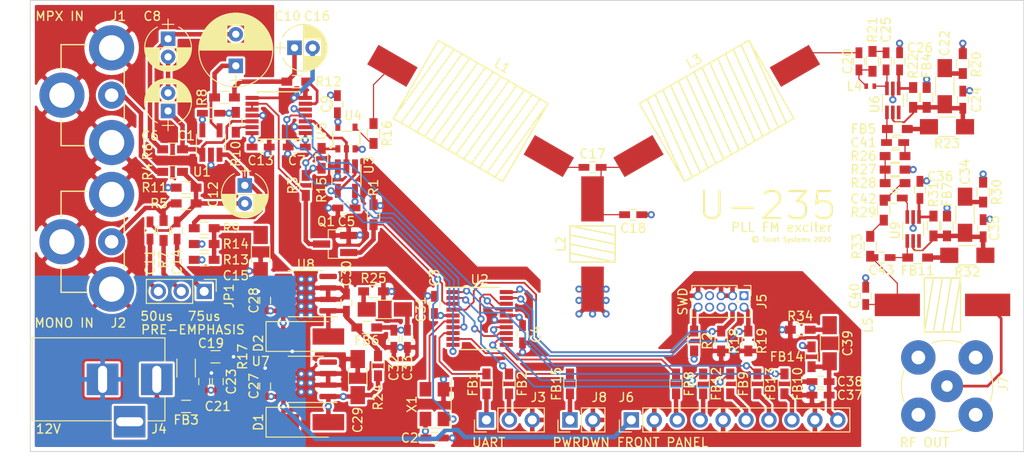
<source format=kicad_pcb>
(kicad_pcb (version 20171130) (host pcbnew "(5.1.2)-2")
  (title_block (title "FM PLL Exciter") (date 2020-06-12) (rev 1) (company "Tarot Systems"))
  (layers (0 F.Cu signal) (1 In1.Cu signal hide) (2 In2.Cu signal) (31 B.Cu signal) (34 B.Paste user) (35 F.Paste user) (36 B.SilkS user) (37 F.SilkS user) (38 B.Mask user) (39 F.Mask user) (44 Edge.Cuts user))
  (net 0 "")
  (net 1 GNDA)
  (net 2 VDDA)
  (net 3 GNDD)
  (net 4 VDD)
  (net 5 "Net-(C6-Pad1)")
  (net 6 "Net-(C6-Pad2)")
  (net 7 "Net-(C10-Pad2)")
  (net 8 "Net-(C10-Pad1)")
  (net 9 "Net-(C11-Pad1)")
  (net 10 "Net-(C11-Pad2)")
  (net 11 "Net-(C12-Pad1)")
  (net 12 "Net-(C14-Pad2)")
  (net 13 "Net-(C15-Pad2)")
  (net 14 "Net-(C16-Pad1)")
  (net 15 "Net-(C17-Pad1)")
  (net 16 "Net-(C17-Pad2)")
  (net 17 +12V)
  (net 18 "Net-(C19-Pad2)")
  (net 19 "Net-(C20-Pad1)")
  (net 20 "Net-(C20-Pad2)")
  (net 21 GND)
  (net 22 "Net-(C22-Pad1)")
  (net 23 "Net-(C22-Pad2)")
  (net 24 "Net-(C25-Pad1)")
  (net 25 "Net-(C25-Pad2)")
  (net 26 "Net-(C26-Pad2)")
  (net 27 "Net-(C30-Pad1)")
  (net 28 "Net-(C31-Pad2)")
  (net 29 "Net-(C34-Pad1)")
  (net 30 "Net-(C34-Pad2)")
  (net 31 "Net-(C36-Pad2)")
  (net 32 "Net-(C37-Pad1)")
  (net 33 "Net-(C39-Pad2)")
  (net 34 "Net-(C40-Pad1)")
  (net 35 /TXD)
  (net 36 "Net-(FB1-Pad2)")
  (net 37 /RXD)
  (net 38 "Net-(FB2-Pad2)")
  (net 39 "Net-(FB3-Pad2)")
  (net 40 "Net-(FB5-Pad1)")
  (net 41 /SCLK)
  (net 42 "Net-(FB8-Pad2)")
  (net 43 /~DISP_CS)
  (net 44 "Net-(FB9-Pad2)")
  (net 45 /SWDN)
  (net 46 "Net-(FB10-Pad2)")
  (net 47 "Net-(FB11-Pad1)")
  (net 48 /MOSI)
  (net 49 "Net-(FB12-Pad2)")
  (net 50 /SWUP)
  (net 51 "Net-(FB13-Pad2)")
  (net 52 /~PWRDN)
  (net 53 "Net-(FB15-Pad2)")
  (net 54 "Net-(J1-Pad1)")
  (net 55 "Net-(J2-Pad1)")
  (net 56 "Net-(J4-Pad3)")
  (net 57 /SWDIO)
  (net 58 /SWCLK)
  (net 59 "Net-(J5-Pad6)")
  (net 60 "Net-(J5-Pad7)")
  (net 61 "Net-(J5-Pad8)")
  (net 62 /~RESET)
  (net 63 "Net-(J7-Pad1)")
  (net 64 "Net-(JP1-Pad2)")
  (net 65 "Net-(L1-Pad1)")
  (net 66 /OSCEN)
  (net 67 "Net-(Q1-Pad3)")
  (net 68 "Net-(R10-Pad1)")
  (net 69 "Net-(R12-Pad1)")
  (net 70 /~RFEN)
  (net 71 "Net-(R16-Pad2)")
  (net 72 "Net-(R26-Pad1)")
  (net 73 "Net-(R29-Pad1)")
  (net 74 /REFOUT)
  (net 75 /DIVOUT)
  (net 76 /DIVIN)
  (net 77 /CLK)
  (net 78 "Net-(U3-Pad2)")
  (net 79 "Net-(U7-Pad5)")
  (net 80 "Net-(U7-Pad4)")
  (net 81 "Net-(U8-Pad5)")
  (net 82 "Net-(U8-Pad4)")
  (net 83 "Net-(C41-Pad1)")
  (net 84 "Net-(C41-Pad2)")
  (net 85 "Net-(C42-Pad1)")
  (net 86 "Net-(C42-Pad2)")
  (net 87 "Net-(C43-Pad2)")
  (module fm2:net_tie_3 (layer F.Cu) (at 126.5 113.9)
    (fp_text reference NT1 hide)
    (fp_text value Net-Tie_3 hide)
    (fp_line (start -1.5 0) (end 0 0) (layer F.Cu) (width 1))
    (fp_line (start 0 -0.75) (end 0 0.75) (layer F.Cu) (width 1))
    (pad 3 smd rect (at -1.5 0) (size 1 1) (layers F.Cu) (net 21 GND))
    (pad 2 smd rect (at 0 0.75) (size 1 1) (layers F.Cu) (net 3 GNDD))
    (pad 1 smd rect (at 0 -0.75) (size 1 1) (layers F.Cu) (net 1 GNDA))
  )
  (module fm2:NYS354 (layer F.Cu) (at 105 101.75 90)
    (fp_text reference J2 (at -9 0.75) (layer F.SilkS))
    (fp_text value "MONO IN" (at -9 -5.25 180) (layer F.SilkS))
    (pad 1 thru_hole circle (at 0 0 90) (size 3 3) (drill 1.5) (layers *.Cu *.Mask) (net 55 "Net-(J2-Pad1)"))
    (pad 2 thru_hole circle (at -5.25 0 90) (size 5 5) (drill 2.8) (layers *.Cu *.Mask) (net 1 GNDA))
    (pad 2 thru_hole circle (at 5.25 0 90) (size 5 5) (drill 2.8) (layers *.Cu *.Mask) (net 1 GNDA))
    (pad 2 thru_hole circle (at 0 -5.5 90) (size 5 5) (drill 2.8) (layers *.Cu *.Mask) (net 1 GNDA))
  )
  (module fm2:NYS354 (layer F.Cu) (at 105 85.5 90)
    (fp_text reference J1 (at 8.75 0.75 180) (layer F.SilkS))
    (fp_text value "MPX IN" (at 8.75 -5.75 180) (layer F.SilkS))
    (pad 1 thru_hole circle (at 0 0 90) (size 3 3) (drill 1.5) (layers *.Cu *.Mask) (net 54 "Net-(J1-Pad1)"))
    (pad 2 thru_hole circle (at -5.25 0 90) (size 5 5) (drill 2.8) (layers *.Cu *.Mask) (net 1 GNDA))
    (pad 2 thru_hole circle (at 5.25 0 90) (size 5 5) (drill 2.8) (layers *.Cu *.Mask) (net 1 GNDA))
    (pad 2 thru_hole circle (at 0 -5.5 90) (size 5 5) (drill 2.8) (layers *.Cu *.Mask) (net 1 GNDA))
  )
  (module Capacitors_THT:CP_Radial_D5.0mm_P2.00mm (layer F.Cu) (at 111.25 87.25 90)
    (fp_text reference C6 (at -2.75 -2) (layer F.SilkS))
    (fp_text value 1u)
    (pad 1 thru_hole rect (at 0 0 90) (size 1.6 1.6) (drill 0.8) (layers *.Cu *.Mask) (net 5 "Net-(C6-Pad1)"))
    (pad 2 thru_hole circle (at 2 0 90) (size 1.6 1.6) (drill 0.8) (layers *.Cu *.Mask) (net 6 "Net-(C6-Pad2)"))
  )
  (module TO_SOT_Packages_SMD:SOT-23-5_HandSoldering (layer F.Cu) (at 116 90.75 90)
    (fp_text reference U1 (at -3.25 -1) (layer F.SilkS))
    (fp_text value LMP7731MF)
    (pad 1 smd rect (at -1.35 -0.95 90) (size 1.56 0.65) (layers F.Cu F.Paste F.Mask) (net 5 "Net-(C6-Pad1)"))
    (pad 2 smd rect (at -1.35 0 90) (size 1.56 0.65) (layers F.Cu F.Paste F.Mask) (net 1 GNDA))
    (pad 3 smd rect (at -1.35 0.95 90) (size 1.56 0.65) (layers F.Cu F.Paste F.Mask) (net 11 "Net-(C12-Pad1)"))
    (pad 4 smd rect (at 1.35 0.95 90) (size 1.56 0.65) (layers F.Cu F.Paste F.Mask) (net 8 "Net-(C10-Pad1)"))
    (pad 5 smd rect (at 1.35 -0.95 90) (size 1.56 0.65) (layers F.Cu F.Paste F.Mask) (net 2 VDDA))
  )
  (module Capacitors_SMD:C_0603_HandSoldering (layer F.Cu) (at 190.25 103.5)
    (fp_text reference C43 (at 0 1.4) (layer F.SilkS))
    (fp_text value 10n)
    (pad 1 smd rect (at -0.95 0) (size 1.2 0.75) (layers F.Cu F.Paste F.Mask) (net 34 "Net-(C40-Pad1)"))
    (pad 2 smd rect (at 0.95 0) (size 1.2 0.75) (layers F.Cu F.Paste F.Mask) (net 87 "Net-(C43-Pad2)"))
  )
  (module Capacitors_SMD:C_0603_HandSoldering (layer F.Cu) (at 191.6 96.9 180)
    (fp_text reference C42 (at 3.35 -0.1 180) (layer F.SilkS))
    (fp_text value 10n)
    (pad 1 smd rect (at -0.95 0 180) (size 1.2 0.75) (layers F.Cu F.Paste F.Mask) (net 85 "Net-(C42-Pad1)"))
    (pad 2 smd rect (at 0.95 0 180) (size 1.2 0.75) (layers F.Cu F.Paste F.Mask) (net 86 "Net-(C42-Pad2)"))
  )
  (module Capacitors_SMD:C_0603_HandSoldering (layer F.Cu) (at 191.75 90.75 180)
    (fp_text reference C41 (at 3.5 0) (layer F.SilkS))
    (fp_text value 10n)
    (pad 1 smd rect (at -0.95 0 180) (size 1.2 0.75) (layers F.Cu F.Paste F.Mask) (net 83 "Net-(C41-Pad1)"))
    (pad 2 smd rect (at 0.95 0 180) (size 1.2 0.75) (layers F.Cu F.Paste F.Mask) (net 84 "Net-(C41-Pad2)"))
  )
  (module Resistors_SMD:R_0603_HandSoldering (layer F.Cu) (at 189 102.25 90)
    (fp_text reference R33 (at 0 -1.45 90) (layer F.SilkS))
    (fp_text value 0R)
    (pad 1 smd rect (at -1.1 0 90) (size 1.2 0.9) (layers F.Cu F.Paste F.Mask) (net 34 "Net-(C40-Pad1)"))
    (pad 2 smd rect (at 1.1 0 90) (size 1.2 0.9) (layers F.Cu F.Paste F.Mask) (net 73 "Net-(R29-Pad1)"))
  )
  (module Crystals:Crystal_SMD_5032-4pin_5.0x3.2mm (layer F.Cu) (at 140.75 119.75 90)
    (fp_text reference X1 (at 0 -2.5 90) (layer F.SilkS))
    (fp_text value 12MHz)
    (pad 1 smd rect (at -1.65 1 90) (size 1.6 1.3) (layers F.Cu F.Paste F.Mask) (net 66 /OSCEN))
    (pad 2 smd rect (at 1.65 1 90) (size 1.6 1.3) (layers F.Cu F.Paste F.Mask) (net 3 GNDD))
    (pad 3 smd rect (at 1.65 -1 90) (size 1.6 1.3) (layers F.Cu F.Paste F.Mask) (net 77 /CLK))
    (pad 4 smd rect (at -1.65 -1 90) (size 1.6 1.3) (layers F.Cu F.Paste F.Mask) (net 4 VDD))
  )
  (module TO_SOT_Packages_SMD:SOT-363_SC-70-6_Handsoldering (layer F.Cu) (at 193.75 100.33 90)
    (fp_text reference U9 (at -0.17 -2 90) (layer F.SilkS))
    (fp_text value BGU7045)
    (pad 1 smd rect (at -1.33 -0.65 90) (size 1.5 0.4) (layers F.Cu F.Paste F.Mask) (net 87 "Net-(C43-Pad2)"))
    (pad 2 smd rect (at -1.33 0 90) (size 1.5 0.4) (layers F.Cu F.Paste F.Mask) (net 29 "Net-(C34-Pad1)"))
    (pad 3 smd rect (at -1.33 0.65 90) (size 1.5 0.4) (layers F.Cu F.Paste F.Mask))
    (pad 4 smd rect (at 1.33 0.65 90) (size 1.5 0.4) (layers F.Cu F.Paste F.Mask) (net 31 "Net-(C36-Pad2)"))
    (pad 5 smd rect (at 1.33 0 90) (size 1.5 0.4) (layers F.Cu F.Paste F.Mask) (net 1 GNDA))
    (pad 6 smd rect (at 1.33 -0.65 90) (size 1.5 0.4) (layers F.Cu F.Paste F.Mask) (net 85 "Net-(C42-Pad1)"))
  )
  (module Package_SO:SOIC-8_3.9x4.9mm_P1.27mm (layer F.Cu) (at 126.5 107.5 180)
    (fp_text reference U8 (at 0 3.25) (layer F.SilkS))
    (fp_text value L78L33_SO8)
    (pad 8 smd roundrect (at 2.475 -1.905 180) (size 1.95 0.6) (layers F.Cu F.Paste F.Mask) (net 17 +12V))
    (pad 7 smd roundrect (at 2.475 -0.635 180) (size 1.95 0.6) (layers F.Cu F.Paste F.Mask) (net 1 GNDA))
    (pad 6 smd roundrect (at 2.475 0.635 180) (size 1.95 0.6) (layers F.Cu F.Paste F.Mask) (net 1 GNDA))
    (pad 5 smd roundrect (at 2.475 1.905 180) (size 1.95 0.6) (layers F.Cu F.Paste F.Mask) (net 81 "Net-(U8-Pad5)"))
    (pad 4 smd roundrect (at -2.475 1.905 180) (size 1.95 0.6) (layers F.Cu F.Paste F.Mask) (net 82 "Net-(U8-Pad4)"))
    (pad 3 smd roundrect (at -2.475 0.635 180) (size 1.95 0.6) (layers F.Cu F.Paste F.Mask) (net 1 GNDA))
    (pad 2 smd roundrect (at -2.475 -0.635 180) (size 1.95 0.6) (layers F.Cu F.Paste F.Mask) (net 1 GNDA))
    (pad 1 smd roundrect (at -2.475 -1.905 180) (size 1.95 0.6) (layers F.Cu F.Paste F.Mask) (net 27 "Net-(C30-Pad1)"))
  )
  (module Package_SO:SOIC-8_3.9x4.9mm_P1.27mm (layer F.Cu) (at 126.5 117 180)
    (fp_text reference U7 (at 5 2) (layer F.SilkS))
    (fp_text value L78L33_SO8)
    (pad 8 smd roundrect (at 2.475 -1.905 180) (size 1.95 0.6) (layers F.Cu F.Paste F.Mask) (net 17 +12V))
    (pad 7 smd roundrect (at 2.475 -0.635 180) (size 1.95 0.6) (layers F.Cu F.Paste F.Mask) (net 3 GNDD))
    (pad 6 smd roundrect (at 2.475 0.635 180) (size 1.95 0.6) (layers F.Cu F.Paste F.Mask) (net 3 GNDD))
    (pad 5 smd roundrect (at 2.475 1.905 180) (size 1.95 0.6) (layers F.Cu F.Paste F.Mask) (net 79 "Net-(U7-Pad5)"))
    (pad 4 smd roundrect (at -2.475 1.905 180) (size 1.95 0.6) (layers F.Cu F.Paste F.Mask) (net 80 "Net-(U7-Pad4)"))
    (pad 3 smd roundrect (at -2.475 0.635 180) (size 1.95 0.6) (layers F.Cu F.Paste F.Mask) (net 3 GNDD))
    (pad 2 smd roundrect (at -2.475 -0.635 180) (size 1.95 0.6) (layers F.Cu F.Paste F.Mask) (net 3 GNDD))
    (pad 1 smd roundrect (at -2.475 -1.905 180) (size 1.95 0.6) (layers F.Cu F.Paste F.Mask) (net 4 VDD))
  )
  (module TO_SOT_Packages_SMD:SOT-363_SC-70-6_Handsoldering (layer F.Cu) (at 191.5 86.08 90)
    (fp_text reference U6 (at -0.42 -2 90) (layer F.SilkS))
    (fp_text value BGU7045)
    (pad 1 smd rect (at -1.33 -0.65 90) (size 1.5 0.4) (layers F.Cu F.Paste F.Mask) (net 84 "Net-(C41-Pad2)"))
    (pad 2 smd rect (at -1.33 0 90) (size 1.5 0.4) (layers F.Cu F.Paste F.Mask) (net 22 "Net-(C22-Pad1)"))
    (pad 3 smd rect (at -1.33 0.65 90) (size 1.5 0.4) (layers F.Cu F.Paste F.Mask))
    (pad 4 smd rect (at 1.33 0.65 90) (size 1.5 0.4) (layers F.Cu F.Paste F.Mask) (net 26 "Net-(C26-Pad2)"))
    (pad 5 smd rect (at 1.33 0 90) (size 1.5 0.4) (layers F.Cu F.Paste F.Mask) (net 1 GNDA))
    (pad 6 smd rect (at 1.33 -0.65 90) (size 1.5 0.4) (layers F.Cu F.Paste F.Mask) (net 24 "Net-(C25-Pad1)"))
  )
  (module Package_SO:TSSOP-14_4.4x5mm_P0.65mm (layer F.Cu) (at 123.5 87.75 180)
    (fp_text reference U5 (at -4.75 -1.75 270) (layer F.SilkS))
    (fp_text value TLC2932A)
    (pad 14 smd rect (at 2.95 -1.95 180) (size 1.45 0.45) (layers F.Cu F.Paste F.Mask) (net 2 VDDA))
    (pad 13 smd rect (at 2.95 -1.3 180) (size 1.45 0.45) (layers F.Cu F.Paste F.Mask) (net 68 "Net-(R10-Pad1)"))
    (pad 12 smd rect (at 2.95 -0.65 180) (size 1.45 0.45) (layers F.Cu F.Paste F.Mask) (net 5 "Net-(C6-Pad1)"))
    (pad 11 smd rect (at 2.95 0 180) (size 1.45 0.45) (layers F.Cu F.Paste F.Mask) (net 1 GNDA))
    (pad 10 smd rect (at 2.95 0.65 180) (size 1.45 0.45) (layers F.Cu F.Paste F.Mask) (net 67 "Net-(Q1-Pad3)"))
    (pad 9 smd rect (at 2.95 1.3 180) (size 1.45 0.45) (layers F.Cu F.Paste F.Mask) (net 67 "Net-(Q1-Pad3)"))
    (pad 8 smd rect (at 2.95 1.95 180) (size 1.45 0.45) (layers F.Cu F.Paste F.Mask) (net 3 GNDD))
    (pad 7 smd rect (at -2.95 1.95 180) (size 1.45 0.45) (layers F.Cu F.Paste F.Mask) (net 3 GNDD))
    (pad 6 smd rect (at -2.95 1.3 180) (size 1.45 0.45) (layers F.Cu F.Paste F.Mask) (net 69 "Net-(R12-Pad1)"))
    (pad 5 smd rect (at -2.95 0.65 180) (size 1.45 0.45) (layers F.Cu F.Paste F.Mask) (net 74 /REFOUT))
    (pad 4 smd rect (at -2.95 0 180) (size 1.45 0.45) (layers F.Cu F.Paste F.Mask) (net 75 /DIVOUT))
    (pad 3 smd rect (at -2.95 -0.65 180) (size 1.45 0.45) (layers F.Cu F.Paste F.Mask) (net 78 "Net-(U3-Pad2)"))
    (pad 2 smd rect (at -2.95 -1.3 180) (size 1.45 0.45) (layers F.Cu F.Paste F.Mask) (net 3 GNDD))
    (pad 1 smd rect (at -2.95 -1.95 180) (size 1.45 0.45) (layers F.Cu F.Paste F.Mask) (net 4 VDD))
  )
  (module fm2:SOT-753 (layer F.Cu) (at 131 90.25 90)
    (fp_text reference U4 (at 2.5 0.75 180) (layer F.SilkS))
    (fp_text value 74VHC1G32)
    (pad 5 smd rect (at 1.2 -0.95 90) (size 0.8 0.55) (layers F.Cu F.Paste F.Mask) (net 2 VDDA))
    (pad 4 smd rect (at 1.2 0.95 90) (size 0.8 0.55) (layers F.Cu F.Paste F.Mask) (net 71 "Net-(R16-Pad2)"))
    (pad 3 smd rect (at -1.2 0.95 90) (size 0.8 0.55) (layers F.Cu F.Paste F.Mask) (net 1 GNDA))
    (pad 2 smd rect (at -1.2 0 90) (size 0.8 0.55) (layers F.Cu F.Paste F.Mask) (net 78 "Net-(U3-Pad2)"))
    (pad 1 smd rect (at -1.2 -0.95 90) (size 0.8 0.55) (layers F.Cu F.Paste F.Mask) (net 70 /~RFEN))
  )
  (module TO_SOT_Packages_SMD:SOT-23-5_HandSoldering (layer F.Cu) (at 131 94.75 270)
    (fp_text reference U3 (at -1.5 -2.5 90) (layer F.SilkS))
    (fp_text value 74LVC1G80)
    (pad 1 smd rect (at -1.35 -0.95 270) (size 1.56 0.65) (layers F.Cu F.Paste F.Mask) (net 76 /DIVIN))
    (pad 2 smd rect (at -1.35 0 270) (size 1.56 0.65) (layers F.Cu F.Paste F.Mask) (net 78 "Net-(U3-Pad2)"))
    (pad 3 smd rect (at -1.35 0.95 270) (size 1.56 0.65) (layers F.Cu F.Paste F.Mask) (net 3 GNDD))
    (pad 4 smd rect (at 1.35 0.95 270) (size 1.56 0.65) (layers F.Cu F.Paste F.Mask) (net 76 /DIVIN))
    (pad 5 smd rect (at 1.35 -0.95 270) (size 1.56 0.65) (layers F.Cu F.Paste F.Mask) (net 4 VDD))
  )
  (module Package_SO:TSSOP-20_4.4x6.5mm_P0.65mm (layer F.Cu) (at 145.75 110.25)
    (fp_text reference U2 (at 0 -4.3) (layer F.SilkS))
    (fp_text value STM32L011F4Px)
    (pad 20 smd rect (at 2.95 -2.925) (size 1.45 0.45) (layers F.Cu F.Paste F.Mask) (net 58 /SWCLK))
    (pad 19 smd rect (at 2.95 -2.275) (size 1.45 0.45) (layers F.Cu F.Paste F.Mask) (net 57 /SWDIO))
    (pad 18 smd rect (at 2.95 -1.625) (size 1.45 0.45) (layers F.Cu F.Paste F.Mask) (net 37 /RXD))
    (pad 17 smd rect (at 2.95 -0.975) (size 1.45 0.45) (layers F.Cu F.Paste F.Mask) (net 74 /REFOUT))
    (pad 16 smd rect (at 2.95 -0.325) (size 1.45 0.45) (layers F.Cu F.Paste F.Mask) (net 4 VDD))
    (pad 15 smd rect (at 2.95 0.325) (size 1.45 0.45) (layers F.Cu F.Paste F.Mask) (net 3 GNDD))
    (pad 14 smd rect (at 2.95 0.975) (size 1.45 0.45) (layers F.Cu F.Paste F.Mask) (net 48 /MOSI))
    (pad 13 smd rect (at 2.95 1.625) (size 1.45 0.45) (layers F.Cu F.Paste F.Mask) (net 75 /DIVOUT))
    (pad 12 smd rect (at 2.95 2.275) (size 1.45 0.45) (layers F.Cu F.Paste F.Mask) (net 43 /~DISP_CS))
    (pad 11 smd rect (at 2.95 2.925) (size 1.45 0.45) (layers F.Cu F.Paste F.Mask) (net 41 /SCLK))
    (pad 10 smd rect (at -2.95 2.925) (size 1.45 0.45) (layers F.Cu F.Paste F.Mask) (net 76 /DIVIN))
    (pad 9 smd rect (at -2.95 2.275) (size 1.45 0.45) (layers F.Cu F.Paste F.Mask) (net 52 /~PWRDN))
    (pad 8 smd rect (at -2.95 1.625) (size 1.45 0.45) (layers F.Cu F.Paste F.Mask) (net 35 /TXD))
    (pad 7 smd rect (at -2.95 0.975) (size 1.45 0.45) (layers F.Cu F.Paste F.Mask) (net 70 /~RFEN))
    (pad 6 smd rect (at -2.95 0.325) (size 1.45 0.45) (layers F.Cu F.Paste F.Mask) (net 77 /CLK))
    (pad 5 smd rect (at -2.95 -0.325) (size 1.45 0.45) (layers F.Cu F.Paste F.Mask) (net 4 VDD))
    (pad 4 smd rect (at -2.95 -0.975) (size 1.45 0.45) (layers F.Cu F.Paste F.Mask) (net 62 /~RESET))
    (pad 3 smd rect (at -2.95 -1.625) (size 1.45 0.45) (layers F.Cu F.Paste F.Mask) (net 66 /OSCEN))
    (pad 2 smd rect (at -2.95 -2.275) (size 1.45 0.45) (layers F.Cu F.Paste F.Mask) (net 45 /SWDN))
    (pad 1 smd rect (at -2.95 -2.925) (size 1.45 0.45) (layers F.Cu F.Paste F.Mask) (net 50 /SWUP))
  )
  (module Resistors_SMD:R_0603_HandSoldering (layer F.Cu) (at 181.25 111.5 180)
    (fp_text reference R34 (at 0 1.5) (layer F.SilkS))
    (fp_text value 0R33)
    (pad 1 smd rect (at -1.1 0 180) (size 1.2 0.9) (layers F.Cu F.Paste F.Mask) (net 33 "Net-(C39-Pad2)"))
    (pad 2 smd rect (at 1.1 0 180) (size 1.2 0.9) (layers F.Cu F.Paste F.Mask) (net 3 GNDD))
  )
  (module Resistors_SMD:R_1206_HandSoldering (layer F.Cu) (at 199.75 103.25 180)
    (fp_text reference R32 (at 0 -1.85) (layer F.SilkS))
    (fp_text value "18R 1206")
    (pad 1 smd rect (at -2 0 180) (size 2 1.7) (layers F.Cu F.Paste F.Mask) (net 29 "Net-(C34-Pad1)"))
    (pad 2 smd rect (at 2 0 180) (size 2 1.7) (layers F.Cu F.Paste F.Mask) (net 47 "Net-(FB11-Pad1)"))
  )
  (module Resistors_SMD:R_0603_HandSoldering (layer F.Cu) (at 196 100 90)
    (fp_text reference R31 (at 3.5 0 90) (layer F.SilkS))
    (fp_text value 1k8)
    (pad 1 smd rect (at -1.1 0 90) (size 1.2 0.9) (layers F.Cu F.Paste F.Mask) (net 29 "Net-(C34-Pad1)"))
    (pad 2 smd rect (at 1.1 0 90) (size 1.2 0.9) (layers F.Cu F.Paste F.Mask) (net 31 "Net-(C36-Pad2)"))
  )
  (module Resistors_SMD:R_0603_HandSoldering (layer F.Cu) (at 201.5 96.25 90)
    (fp_text reference R30 (at 0 1.5 90) (layer F.SilkS))
    (fp_text value 0R33)
    (pad 1 smd rect (at -1.1 0 90) (size 1.2 0.9) (layers F.Cu F.Paste F.Mask) (net 30 "Net-(C34-Pad2)"))
    (pad 2 smd rect (at 1.1 0 90) (size 1.2 0.9) (layers F.Cu F.Paste F.Mask) (net 1 GNDA))
  )
  (module Resistors_SMD:R_0603_HandSoldering (layer F.Cu) (at 190.5 98.25 90)
    (fp_text reference R29 (at -0.25 -2.25 180) (layer F.SilkS))
    (fp_text value 0R)
    (pad 1 smd rect (at -1.1 0 90) (size 1.2 0.9) (layers F.Cu F.Paste F.Mask) (net 73 "Net-(R29-Pad1)"))
    (pad 2 smd rect (at 1.1 0 90) (size 1.2 0.9) (layers F.Cu F.Paste F.Mask) (net 86 "Net-(C42-Pad2)"))
  )
  (module Resistors_SMD:R_0603_HandSoldering (layer F.Cu) (at 191.75 95.25 180)
    (fp_text reference R28 (at 3.5 0) (layer F.SilkS))
    (fp_text value 36R)
    (pad 1 smd rect (at -1.1 0 180) (size 1.2 0.9) (layers F.Cu F.Paste F.Mask) (net 86 "Net-(C42-Pad2)"))
    (pad 2 smd rect (at 1.1 0 180) (size 1.2 0.9) (layers F.Cu F.Paste F.Mask) (net 72 "Net-(R26-Pad1)"))
  )
  (module Resistors_SMD:R_0603_HandSoldering (layer F.Cu) (at 191.75 93.75 180)
    (fp_text reference R27 (at 3.5 0 180) (layer F.SilkS))
    (fp_text value 62R)
    (pad 1 smd rect (at -1.1 0 180) (size 1.2 0.9) (layers F.Cu F.Paste F.Mask) (net 1 GNDA))
    (pad 2 smd rect (at 1.1 0 180) (size 1.2 0.9) (layers F.Cu F.Paste F.Mask) (net 72 "Net-(R26-Pad1)"))
  )
  (module Resistors_SMD:R_0603_HandSoldering (layer F.Cu) (at 191.75 92.25)
    (fp_text reference R26 (at -3.5 0) (layer F.SilkS))
    (fp_text value 36R)
    (pad 1 smd rect (at -1.1 0) (size 1.2 0.9) (layers F.Cu F.Paste F.Mask) (net 72 "Net-(R26-Pad1)"))
    (pad 2 smd rect (at 1.1 0) (size 1.2 0.9) (layers F.Cu F.Paste F.Mask) (net 83 "Net-(C41-Pad1)"))
  )
  (module Resistors_SMD:R_0603_HandSoldering (layer F.Cu) (at 134 107.25)
    (fp_text reference R25 (at 0 -1.45) (layer F.SilkS))
    (fp_text value 0R33)
    (pad 1 smd rect (at -1.1 0) (size 1.2 0.9) (layers F.Cu F.Paste F.Mask) (net 28 "Net-(C31-Pad2)"))
    (pad 2 smd rect (at 1.1 0) (size 1.2 0.9) (layers F.Cu F.Paste F.Mask) (net 1 GNDA))
  )
  (module Resistors_SMD:R_0603_HandSoldering (layer F.Cu) (at 134.5 115.5 90)
    (fp_text reference R24 (at -3.5 0 90) (layer F.SilkS))
    (fp_text value 0R)
    (pad 1 smd rect (at -1.1 0 90) (size 1.2 0.9) (layers F.Cu F.Paste F.Mask) (net 4 VDD))
    (pad 2 smd rect (at 1.1 0 90) (size 1.2 0.9) (layers F.Cu F.Paste F.Mask) (net 27 "Net-(C30-Pad1)"))
  )
  (module Resistors_SMD:R_1206_HandSoldering (layer F.Cu) (at 197.5 89 180)
    (fp_text reference R23 (at 0 -1.85) (layer F.SilkS))
    (fp_text value "18R 1206")
    (pad 1 smd rect (at -2 0 180) (size 2 1.7) (layers F.Cu F.Paste F.Mask) (net 22 "Net-(C22-Pad1)"))
    (pad 2 smd rect (at 2 0 180) (size 2 1.7) (layers F.Cu F.Paste F.Mask) (net 40 "Net-(FB5-Pad1)"))
  )
  (module Resistors_SMD:R_0603_HandSoldering (layer F.Cu) (at 193.75 85.75 90)
    (fp_text reference R22 (at 3.5 0 90) (layer F.SilkS))
    (fp_text value 1k8)
    (pad 1 smd rect (at -1.1 0 90) (size 1.2 0.9) (layers F.Cu F.Paste F.Mask) (net 22 "Net-(C22-Pad1)"))
    (pad 2 smd rect (at 1.1 0 90) (size 1.2 0.9) (layers F.Cu F.Paste F.Mask) (net 26 "Net-(C26-Pad2)"))
  )
  (module Resistors_SMD:R_0603_HandSoldering (layer F.Cu) (at 189.25 81.75 270)
    (fp_text reference R21 (at -3.5 0 90) (layer F.SilkS))
    (fp_text value 47R)
    (pad 1 smd rect (at -1.1 0 270) (size 1.2 0.9) (layers F.Cu F.Paste F.Mask) (net 25 "Net-(C25-Pad2)"))
    (pad 2 smd rect (at 1.1 0 270) (size 1.2 0.9) (layers F.Cu F.Paste F.Mask) (net 19 "Net-(C20-Pad1)"))
  )
  (module Resistors_SMD:R_0603_HandSoldering (layer F.Cu) (at 199.25 82 90)
    (fp_text reference R20 (at -0.1 1.5 90) (layer F.SilkS))
    (fp_text value 0R33)
    (pad 1 smd rect (at -1.1 0 90) (size 1.2 0.9) (layers F.Cu F.Paste F.Mask) (net 23 "Net-(C22-Pad2)"))
    (pad 2 smd rect (at 1.1 0 90) (size 1.2 0.9) (layers F.Cu F.Paste F.Mask) (net 1 GNDA))
  )
  (module Resistors_SMD:R_0603_HandSoldering (layer F.Cu) (at 175.5 112.75 90)
    (fp_text reference R19 (at 0 1.5 90) (layer F.SilkS))
    (fp_text value 5k1)
    (pad 1 smd rect (at -1.1 0 90) (size 1.2 0.9) (layers F.Cu F.Paste F.Mask) (net 3 GNDD))
    (pad 2 smd rect (at 1.1 0 90) (size 1.2 0.9) (layers F.Cu F.Paste F.Mask) (net 57 /SWDIO))
  )
  (module Resistors_SMD:R_0603_HandSoldering (layer F.Cu) (at 172.5 112.75 270)
    (fp_text reference R18 (at 0 -1.45 90) (layer F.SilkS))
    (fp_text value 5k1)
    (pad 1 smd rect (at -1.1 0 270) (size 1.2 0.9) (layers F.Cu F.Paste F.Mask) (net 58 /SWCLK))
    (pad 2 smd rect (at 1.1 0 270) (size 1.2 0.9) (layers F.Cu F.Paste F.Mask) (net 3 GNDD))
  )
  (module Resistors_SMD:R_0603_HandSoldering (layer F.Cu) (at 116.5 114.5)
    (fp_text reference R17 (at 3 0 270) (layer F.SilkS))
    (fp_text value 0R33)
    (pad 1 smd rect (at -1.1 0) (size 1.2 0.9) (layers F.Cu F.Paste F.Mask) (net 18 "Net-(C19-Pad2)"))
    (pad 2 smd rect (at 1.1 0) (size 1.2 0.9) (layers F.Cu F.Paste F.Mask) (net 21 GND))
  )
  (module Resistors_SMD:R_0603_HandSoldering (layer F.Cu) (at 134 89.75 270)
    (fp_text reference R16 (at 0 -1.5 90) (layer F.SilkS))
    (fp_text value 56R)
    (pad 1 smd rect (at -1.1 0 270) (size 1.2 0.9) (layers F.Cu F.Paste F.Mask) (net 65 "Net-(L1-Pad1)"))
    (pad 2 smd rect (at 1.1 0 270) (size 1.2 0.9) (layers F.Cu F.Paste F.Mask) (net 71 "Net-(R16-Pad2)"))
  )
  (module Resistors_SMD:R_0603_HandSoldering (layer F.Cu) (at 128.25 92.5 90)
    (fp_text reference R15 (at -3.5 0 90) (layer F.SilkS))
    (fp_text value 5k1)
    (pad 1 smd rect (at -1.1 0 90) (size 1.2 0.9) (layers F.Cu F.Paste F.Mask) (net 4 VDD))
    (pad 2 smd rect (at 1.1 0 90) (size 1.2 0.9) (layers F.Cu F.Paste F.Mask) (net 70 /~RFEN))
  )
  (module Resistors_SMD:R_0603_HandSoldering (layer F.Cu) (at 115.25 102 180)
    (fp_text reference R14 (at -3.5 0) (layer F.SilkS))
    (fp_text value 47k)
    (pad 1 smd rect (at -1.1 0 180) (size 1.2 0.9) (layers F.Cu F.Paste F.Mask) (net 13 "Net-(C15-Pad2)"))
    (pad 2 smd rect (at 1.1 0 180) (size 1.2 0.9) (layers F.Cu F.Paste F.Mask) (net 1 GNDA))
  )
  (module Resistors_SMD:R_0603_HandSoldering (layer F.Cu) (at 115.25 103.75)
    (fp_text reference R13 (at 3.5 0) (layer F.SilkS))
    (fp_text value 47k)
    (pad 1 smd rect (at -1.1 0) (size 1.2 0.9) (layers F.Cu F.Paste F.Mask) (net 2 VDDA))
    (pad 2 smd rect (at 1.1 0) (size 1.2 0.9) (layers F.Cu F.Paste F.Mask) (net 13 "Net-(C15-Pad2)"))
  )
  (module Resistors_SMD:R_0603_HandSoldering (layer F.Cu) (at 125.5 84 180)
    (fp_text reference R12 (at -3.5 0 180) (layer F.SilkS))
    (fp_text value 5k1)
    (pad 1 smd rect (at -1.1 0 180) (size 1.2 0.9) (layers F.Cu F.Paste F.Mask) (net 69 "Net-(R12-Pad1)"))
    (pad 2 smd rect (at 1.1 0 180) (size 1.2 0.9) (layers F.Cu F.Paste F.Mask) (net 14 "Net-(C16-Pad1)"))
  )
  (module Resistors_SMD:R_0603_HandSoldering (layer F.Cu) (at 113.25 95.75 180)
    (fp_text reference R11 (at 3.5 0) (layer F.SilkS))
    (fp_text value 33R)
    (pad 1 smd rect (at -1.1 0 180) (size 1.2 0.9) (layers F.Cu F.Paste F.Mask) (net 9 "Net-(C11-Pad1)"))
    (pad 2 smd rect (at 1.1 0 180) (size 1.2 0.9) (layers F.Cu F.Paste F.Mask) (net 1 GNDA))
  )
  (module Resistors_SMD:R_0603_HandSoldering (layer F.Cu) (at 118.75 88.5 90)
    (fp_text reference R10 (at -3.5 0 90) (layer F.SilkS))
    (fp_text value 5k1)
    (pad 1 smd rect (at -1.1 0 90) (size 1.2 0.9) (layers F.Cu F.Paste F.Mask) (net 68 "Net-(R10-Pad1)"))
    (pad 2 smd rect (at 1.1 0 90) (size 1.2 0.9) (layers F.Cu F.Paste F.Mask) (net 1 GNDA))
  )
  (module Resistors_SMD:R_0603_HandSoldering (layer F.Cu) (at 115.25 100.25 180)
    (fp_text reference R9 (at -3 0) (layer F.SilkS))
    (fp_text value 47k)
    (pad 1 smd rect (at -1.1 0 180) (size 1.2 0.9) (layers F.Cu F.Paste F.Mask) (net 13 "Net-(C15-Pad2)"))
    (pad 2 smd rect (at 1.1 0 180) (size 1.2 0.9) (layers F.Cu F.Paste F.Mask) (net 11 "Net-(C12-Pad1)"))
  )
  (module Resistors_SMD:R_0603_HandSoldering (layer F.Cu) (at 117.5 85.75)
    (fp_text reference R8 (at -2.5 0 90) (layer F.SilkS))
    (fp_text value 1M5)
    (pad 1 smd rect (at -1.1 0) (size 1.2 0.9) (layers F.Cu F.Paste F.Mask) (net 8 "Net-(C10-Pad1)"))
    (pad 2 smd rect (at 1.1 0) (size 1.2 0.9) (layers F.Cu F.Paste F.Mask) (net 14 "Net-(C16-Pad1)"))
  )
  (module Resistors_SMD:R_0603_HandSoldering (layer F.Cu) (at 110.75 100.5 90)
    (fp_text reference R7 (at -3.25 0 90) (layer F.SilkS))
    (fp_text value 3k)
    (pad 1 smd rect (at -1.1 0 90) (size 1.2 0.9) (layers F.Cu F.Paste F.Mask) (net 64 "Net-(JP1-Pad2)"))
    (pad 2 smd rect (at 1.1 0 90) (size 1.2 0.9) (layers F.Cu F.Paste F.Mask) (net 55 "Net-(J2-Pad1)"))
  )
  (module Resistors_SMD:R_0603_HandSoldering (layer F.Cu) (at 111.75 91.5)
    (fp_text reference R6 (at -2.75 0.25 270) (layer F.SilkS))
    (fp_text value 750)
    (pad 1 smd rect (at -1.1 0) (size 1.2 0.9) (layers F.Cu F.Paste F.Mask) (net 7 "Net-(C10-Pad2)"))
    (pad 2 smd rect (at 1.1 0) (size 1.2 0.9) (layers F.Cu F.Paste F.Mask) (net 5 "Net-(C6-Pad1)"))
  )
  (module Resistors_SMD:R_0603_HandSoldering (layer F.Cu) (at 113.25 97.5 180)
    (fp_text reference R5 (at 3 0) (layer F.SilkS))
    (fp_text value 47k)
    (pad 1 smd rect (at -1.1 0 180) (size 1.2 0.9) (layers F.Cu F.Paste F.Mask) (net 9 "Net-(C11-Pad1)"))
    (pad 2 smd rect (at 1.1 0 180) (size 1.2 0.9) (layers F.Cu F.Paste F.Mask) (net 55 "Net-(J2-Pad1)"))
  )
  (module Resistors_SMD:R_0603_HandSoldering (layer F.Cu) (at 111.75 94)
    (fp_text reference R4 (at -2.75 0 90) (layer F.SilkS))
    (fp_text value 47k)
    (pad 1 smd rect (at -1.1 0) (size 1.2 0.9) (layers F.Cu F.Paste F.Mask) (net 54 "Net-(J1-Pad1)"))
    (pad 2 smd rect (at 1.1 0) (size 1.2 0.9) (layers F.Cu F.Paste F.Mask) (net 9 "Net-(C11-Pad1)"))
  )
  (module Resistors_SMD:R_0603_HandSoldering (layer F.Cu) (at 126.5 95.5 90)
    (fp_text reference R3 (at 0 -1.45 90) (layer F.SilkS))
    (fp_text value 5k1)
    (pad 1 smd rect (at -1.1 0 90) (size 1.2 0.9) (layers F.Cu F.Paste F.Mask) (net 67 "Net-(Q1-Pad3)"))
    (pad 2 smd rect (at 1.1 0 90) (size 1.2 0.9) (layers F.Cu F.Paste F.Mask) (net 4 VDD))
  )
  (module Resistors_SMD:R_0603_HandSoldering (layer F.Cu) (at 169.5 112.75 270)
    (fp_text reference R2 (at 0 -1.45 90) (layer F.SilkS))
    (fp_text value 5k1)
    (pad 1 smd rect (at -1.1 0 270) (size 1.2 0.9) (layers F.Cu F.Paste F.Mask) (net 62 /~RESET))
    (pad 2 smd rect (at 1.1 0 270) (size 1.2 0.9) (layers F.Cu F.Paste F.Mask) (net 4 VDD))
  )
  (module Resistors_SMD:R_0603_HandSoldering (layer F.Cu) (at 134 98.75 90)
    (fp_text reference R1 (at 3 0 90) (layer F.SilkS))
    (fp_text value 5k1)
    (pad 1 smd rect (at -1.1 0 90) (size 1.2 0.9) (layers F.Cu F.Paste F.Mask) (net 66 /OSCEN))
    (pad 2 smd rect (at 1.1 0 90) (size 1.2 0.9) (layers F.Cu F.Paste F.Mask) (net 3 GNDD))
  )
  (module TO_SOT_Packages_SMD:SOT-23_Handsoldering (layer F.Cu) (at 129.75 102 180)
    (fp_text reference Q1 (at 1 2.5) (layer F.SilkS))
    (fp_text value 2N7002)
    (pad 1 smd rect (at -1.5 -0.95 180) (size 1.9 0.8) (layers F.Cu F.Paste F.Mask) (net 66 /OSCEN))
    (pad 2 smd rect (at -1.5 0.95 180) (size 1.9 0.8) (layers F.Cu F.Paste F.Mask) (net 3 GNDD))
    (pad 3 smd rect (at 1.5 0 180) (size 1.9 0.8) (layers F.Cu F.Paste F.Mask) (net 67 "Net-(Q1-Pad3)"))
  )
  (module fm2:Coil_D6mm_L4mm (layer F.Cu) (at 197 108.75)
    (fp_text reference L5 (at -8.25 2.25 270) (layer F.SilkS))
    (fp_text value 45n)
    (pad 2 smd rect (at 5 0) (size 5 2.5) (layers F.Cu F.Paste F.Mask) (net 63 "Net-(J7-Pad1)"))
    (pad 1 smd rect (at -5 0) (size 5 2.5) (layers F.Cu F.Paste F.Mask) (net 34 "Net-(C40-Pad1)"))
  )
  (module Resistors_SMD:R_0402_NoSilk (layer F.Cu) (at 189 84.5)
    (fp_text reference L4 (at -1.75 0) (layer F.SilkS))
    (fp_text value 2n7)
    (pad 1 smd rect (at -0.45 0) (size 0.4 0.6) (layers F.Cu F.Paste F.Mask) (net 19 "Net-(C20-Pad1)"))
    (pad 2 smd rect (at 0.45 0) (size 0.4 0.6) (layers F.Cu F.Paste F.Mask) (net 24 "Net-(C25-Pad1)"))
  )
  (module fm2:Coil_D10mm_L14mm (layer F.Cu) (at 172 87.25 30)
    (fp_text reference L3 (at 0.584936 -6.01314 30) (layer F.SilkS))
    (fp_text value 762n)
    (pad 2 smd rect (at 10 0 30) (size 5 2.5) (layers F.Cu F.Paste F.Mask) (net 20 "Net-(C20-Pad2)"))
    (pad 1 smd rect (at -10 0 30) (size 5 2.5) (layers F.Cu F.Paste F.Mask) (net 15 "Net-(C17-Pad1)"))
  )
  (module fm2:Coil_D5mm_L4mm (layer F.Cu) (at 158.25 102 270)
    (fp_text reference L2 (at 0 3.5 90) (layer F.SilkS))
    (fp_text value 28n5)
    (pad 2 smd rect (at 5 0 270) (size 5 2.5) (layers F.Cu F.Paste F.Mask) (net 1 GNDA))
    (pad 1 smd rect (at -5 0 270) (size 5 2.5) (layers F.Cu F.Paste F.Mask) (net 15 "Net-(C17-Pad1)"))
  )
  (module fm2:Coil_D10mm_L14mm (layer F.Cu) (at 144.75 87.25 330)
    (fp_text reference L1 (at 0.531089 -6.080127 150) (layer F.SilkS))
    (fp_text value 762n)
    (pad 2 smd rect (at 10 0 330) (size 5 2.5) (layers F.Cu F.Paste F.Mask) (net 16 "Net-(C17-Pad2)"))
    (pad 1 smd rect (at -10 0 330) (size 5 2.5) (layers F.Cu F.Paste F.Mask) (net 65 "Net-(L1-Pad1)"))
  )
  (module Pin_Headers:Pin_Header_Straight_1x03_Pitch2.54mm (layer F.Cu) (at 115.25 107.25 270)
    (fp_text reference JP1 (at 0.5 -2.75 90) (layer F.SilkS))
    (fp_text value PRE-EMPHASIS (at 4.25 1.25 180) (layer F.SilkS))
    (pad 1 thru_hole rect (at 0 0 270) (size 1.7 1.7) (drill 1) (layers *.Cu *.Mask) (net 12 "Net-(C14-Pad2)"))
    (pad 2 thru_hole oval (at 0 2.54 270) (size 1.7 1.7) (drill 1) (layers *.Cu *.Mask) (net 64 "Net-(JP1-Pad2)"))
    (pad 3 thru_hole oval (at 0 5.08 270) (size 1.7 1.7) (drill 1) (layers *.Cu *.Mask) (net 10 "Net-(C11-Pad2)"))
  )
  (module Pin_Headers:Pin_Header_Straight_1x02_Pitch2.54mm (layer F.Cu) (at 155.75 121.5 90)
    (fp_text reference J8 (at 2.5 3.25 180) (layer F.SilkS))
    (fp_text value PWRDWN (at -2.5 1.25 180) (layer F.SilkS))
    (pad 1 thru_hole rect (at 0 0 90) (size 1.7 1.7) (drill 1) (layers *.Cu *.Mask) (net 53 "Net-(FB15-Pad2)"))
    (pad 2 thru_hole oval (at 0 2.54 90) (size 1.7 1.7) (drill 1) (layers *.Cu *.Mask) (net 3 GNDD))
  )
  (module Connectors:bnc-ci (layer F.Cu) (at 197.5 117.75 270)
    (fp_text reference J7 (at -0.25 -6.25 90) (layer F.SilkS))
    (fp_text value "RF OUT" (at 6.25 2.5 180) (layer F.SilkS))
    (pad 2 thru_hole circle (at -3.175 -3.175 270) (size 3.81 3.81) (drill 1.524) (layers *.Cu *.Mask) (net 1 GNDA))
    (pad 1 thru_hole circle (at 0 0 270) (size 3.556 3.556) (drill 1.27) (layers *.Cu *.Mask) (net 63 "Net-(J7-Pad1)"))
    (pad 2 thru_hole circle (at 3.175 -3.175 270) (size 3.81 3.81) (drill 1.524) (layers *.Cu *.Mask) (net 1 GNDA))
    (pad 2 thru_hole circle (at -3.175 3.175 270) (size 3.81 3.81) (drill 1.524) (layers *.Cu *.Mask) (net 1 GNDA))
    (pad 2 thru_hole circle (at 3.175 3.175 270) (size 3.81 3.81) (drill 1.524) (layers *.Cu *.Mask) (net 1 GNDA))
  )
  (module Pin_Headers:Pin_Header_Straight_1x10_Pitch2.54mm (layer F.Cu) (at 162.55 121.5 90)
    (fp_text reference J6 (at 2.5 -0.55 180) (layer F.SilkS))
    (fp_text value "FRONT PANEL" (at -2.5 3.45 180) (layer F.SilkS))
    (pad 1 thru_hole rect (at 0 0 90) (size 1.7 1.7) (drill 1) (layers *.Cu *.Mask) (net 17 +12V))
    (pad 2 thru_hole oval (at 0 2.54 90) (size 1.7 1.7) (drill 1) (layers *.Cu *.Mask) (net 3 GNDD))
    (pad 3 thru_hole oval (at 0 5.08 90) (size 1.7 1.7) (drill 1) (layers *.Cu *.Mask) (net 42 "Net-(FB8-Pad2)"))
    (pad 4 thru_hole oval (at 0 7.62 90) (size 1.7 1.7) (drill 1) (layers *.Cu *.Mask) (net 49 "Net-(FB12-Pad2)"))
    (pad 5 thru_hole oval (at 0 10.16 90) (size 1.7 1.7) (drill 1) (layers *.Cu *.Mask) (net 3 GNDD))
    (pad 6 thru_hole oval (at 0 12.7 90) (size 1.7 1.7) (drill 1) (layers *.Cu *.Mask) (net 44 "Net-(FB9-Pad2)"))
    (pad 7 thru_hole oval (at 0 15.24 90) (size 1.7 1.7) (drill 1) (layers *.Cu *.Mask) (net 51 "Net-(FB13-Pad2)"))
    (pad 8 thru_hole oval (at 0 17.78 90) (size 1.7 1.7) (drill 1) (layers *.Cu *.Mask) (net 46 "Net-(FB10-Pad2)"))
    (pad 9 thru_hole oval (at 0 20.32 90) (size 1.7 1.7) (drill 1) (layers *.Cu *.Mask) (net 3 GNDD))
    (pad 10 thru_hole oval (at 0 22.86 90) (size 1.7 1.7) (drill 1) (layers *.Cu *.Mask) (net 32 "Net-(C37-Pad1)"))
  )
  (module Pin_Headers:Pin_Header_Straight_2x05_Pitch1.27mm (layer F.Cu) (at 175.02 107.73 270)
    (fp_text reference J5 (at 0.635 -1.98 90) (layer F.SilkS))
    (fp_text value SWD (at 0.635 6.775 90) (layer F.SilkS))
    (pad 1 thru_hole rect (at 0 0 270) (size 1 1) (drill 0.65) (layers *.Cu *.Mask) (net 4 VDD))
    (pad 2 thru_hole oval (at 1.27 0 270) (size 1 1) (drill 0.65) (layers *.Cu *.Mask) (net 57 /SWDIO))
    (pad 3 thru_hole oval (at 0 1.27 270) (size 1 1) (drill 0.65) (layers *.Cu *.Mask) (net 3 GNDD))
    (pad 4 thru_hole oval (at 1.27 1.27 270) (size 1 1) (drill 0.65) (layers *.Cu *.Mask) (net 58 /SWCLK))
    (pad 5 thru_hole oval (at 0 2.54 270) (size 1 1) (drill 0.65) (layers *.Cu *.Mask) (net 3 GNDD))
    (pad 6 thru_hole oval (at 1.27 2.54 270) (size 1 1) (drill 0.65) (layers *.Cu *.Mask) (net 59 "Net-(J5-Pad6)"))
    (pad 7 thru_hole oval (at 0 3.81 270) (size 1 1) (drill 0.65) (layers *.Cu *.Mask) (net 60 "Net-(J5-Pad7)"))
    (pad 8 thru_hole oval (at 1.27 3.81 270) (size 1 1) (drill 0.65) (layers *.Cu *.Mask) (net 61 "Net-(J5-Pad8)"))
    (pad 9 thru_hole oval (at 0 5.08 270) (size 1 1) (drill 0.65) (layers *.Cu *.Mask) (net 3 GNDD))
    (pad 10 thru_hole oval (at 1.27 5.08 270) (size 1 1) (drill 0.65) (layers *.Cu *.Mask) (net 62 /~RESET))
  )
  (module Connectors:BARREL_JACK (layer F.Cu) (at 110 117)
    (fp_text reference J4 (at 0.25 5.5 180) (layer F.SilkS))
    (fp_text value 12V (at -12 5.5) (layer F.SilkS))
    (pad 1 thru_hole rect (at 0 0) (size 3.5 3.5) (drill oval 1 3) (layers *.Cu *.Mask) (net 39 "Net-(FB3-Pad2)"))
    (pad 2 thru_hole rect (at -6 0) (size 3.5 3.5) (drill oval 1 3) (layers *.Cu *.Mask) (net 21 GND))
    (pad 3 thru_hole rect (at -3 4.7) (size 3.5 3.5) (drill oval 3 1) (layers *.Cu *.Mask) (net 56 "Net-(J4-Pad3)"))
  )
  (module Pin_Headers:Pin_Header_Straight_1x03_Pitch2.54mm (layer F.Cu) (at 146.5 121.5 90)
    (fp_text reference J3 (at 2.5 5.75 180) (layer F.SilkS))
    (fp_text value UART (at -2.5 0.25 180) (layer F.SilkS))
    (pad 1 thru_hole rect (at 0 0 90) (size 1.7 1.7) (drill 1) (layers *.Cu *.Mask) (net 36 "Net-(FB1-Pad2)"))
    (pad 2 thru_hole oval (at 0 2.54 90) (size 1.7 1.7) (drill 1) (layers *.Cu *.Mask) (net 38 "Net-(FB2-Pad2)"))
    (pad 3 thru_hole oval (at 0 5.08 90) (size 1.7 1.7) (drill 1) (layers *.Cu *.Mask) (net 3 GNDD))
  )
  (module Resistors_SMD:R_0603_HandSoldering (layer F.Cu) (at 155.75 117.5 270)
    (fp_text reference FB15 (at 0 1.5 90) (layer F.SilkS))
    (fp_text value BLM18AG221SN1)
    (pad 1 smd rect (at -1.1 0 270) (size 1.2 0.9) (layers F.Cu F.Paste F.Mask) (net 52 /~PWRDN))
    (pad 2 smd rect (at 1.1 0 270) (size 1.2 0.9) (layers F.Cu F.Paste F.Mask) (net 53 "Net-(FB15-Pad2)"))
  )
  (module Resistors_SMD:R_0603_HandSoldering (layer F.Cu) (at 182.5 114.5 90)
    (fp_text reference FB14 (at 0 -2.75 180) (layer F.SilkS))
    (fp_text value MPZ1608S102ATA)
    (pad 1 smd rect (at -1.1 0 90) (size 1.2 0.9) (layers F.Cu F.Paste F.Mask) (net 32 "Net-(C37-Pad1)"))
    (pad 2 smd rect (at 1.1 0 90) (size 1.2 0.9) (layers F.Cu F.Paste F.Mask) (net 4 VDD))
  )
  (module Resistors_SMD:R_0603_HandSoldering (layer F.Cu) (at 176.5 117.5 270)
    (fp_text reference FB13 (at 0 -1.45 90) (layer F.SilkS))
    (fp_text value BLM18AG221SN1)
    (pad 1 smd rect (at -1.1 0 270) (size 1.2 0.9) (layers F.Cu F.Paste F.Mask) (net 50 /SWUP))
    (pad 2 smd rect (at 1.1 0 270) (size 1.2 0.9) (layers F.Cu F.Paste F.Mask) (net 51 "Net-(FB13-Pad2)"))
  )
  (module Resistors_SMD:R_0603_HandSoldering (layer F.Cu) (at 170.5 117.5 270)
    (fp_text reference FB12 (at 0 -1.45 90) (layer F.SilkS))
    (fp_text value BLM18AG221SN1)
    (pad 1 smd rect (at -1.1 0 270) (size 1.2 0.9) (layers F.Cu F.Paste F.Mask) (net 48 /MOSI))
    (pad 2 smd rect (at 1.1 0 270) (size 1.2 0.9) (layers F.Cu F.Paste F.Mask) (net 49 "Net-(FB12-Pad2)"))
  )
  (module Resistors_SMD:R_0603_HandSoldering (layer F.Cu) (at 194.25 103.5 180)
    (fp_text reference FB11 (at 0 -1.45) (layer F.SilkS))
    (fp_text value MPZ1608S102ATA)
    (pad 1 smd rect (at -1.1 0 180) (size 1.2 0.9) (layers F.Cu F.Paste F.Mask) (net 47 "Net-(FB11-Pad1)"))
    (pad 2 smd rect (at 1.1 0 180) (size 1.2 0.9) (layers F.Cu F.Paste F.Mask) (net 87 "Net-(C43-Pad2)"))
  )
  (module Resistors_SMD:R_0603_HandSoldering (layer F.Cu) (at 179.5 117.5 270)
    (fp_text reference FB10 (at 0 -1.45 90) (layer F.SilkS))
    (fp_text value BLM18AG221SN1)
    (pad 1 smd rect (at -1.1 0 270) (size 1.2 0.9) (layers F.Cu F.Paste F.Mask) (net 45 /SWDN))
    (pad 2 smd rect (at 1.1 0 270) (size 1.2 0.9) (layers F.Cu F.Paste F.Mask) (net 46 "Net-(FB10-Pad2)"))
  )
  (module Resistors_SMD:R_0603_HandSoldering (layer F.Cu) (at 173.5 117.5 270)
    (fp_text reference FB9 (at 0 -1.45 90) (layer F.SilkS))
    (fp_text value BLM18AG221SN1)
    (pad 1 smd rect (at -1.1 0 270) (size 1.2 0.9) (layers F.Cu F.Paste F.Mask) (net 43 /~DISP_CS))
    (pad 2 smd rect (at 1.1 0 270) (size 1.2 0.9) (layers F.Cu F.Paste F.Mask) (net 44 "Net-(FB9-Pad2)"))
  )
  (module Resistors_SMD:R_0603_HandSoldering (layer F.Cu) (at 167.5 117.5 270)
    (fp_text reference FB8 (at 0 -1.45 90) (layer F.SilkS))
    (fp_text value BLM18AG221SN1)
    (pad 1 smd rect (at -1.1 0 270) (size 1.2 0.9) (layers F.Cu F.Paste F.Mask) (net 41 /SCLK))
    (pad 2 smd rect (at 1.1 0 270) (size 1.2 0.9) (layers F.Cu F.Paste F.Mask) (net 42 "Net-(FB8-Pad2)"))
  )
  (module Resistors_SMD:R_0603_HandSoldering (layer F.Cu) (at 197.5 100 270)
    (fp_text reference FB7 (at -3.5 0 90) (layer F.SilkS))
    (fp_text value MPZ1608S102ATA)
    (pad 1 smd rect (at -1.1 0 270) (size 1.2 0.9) (layers F.Cu F.Paste F.Mask) (net 2 VDDA))
    (pad 2 smd rect (at 1.1 0 270) (size 1.2 0.9) (layers F.Cu F.Paste F.Mask) (net 29 "Net-(C34-Pad1)"))
  )
  (module Resistors_SMD:R_0603_HandSoldering (layer F.Cu) (at 133.25 111.25 180)
    (fp_text reference FB6 (at 0 -1.45) (layer F.SilkS))
    (fp_text value MPZ1608S102ATA)
    (pad 1 smd rect (at -1.1 0 180) (size 1.2 0.9) (layers F.Cu F.Paste F.Mask) (net 2 VDDA))
    (pad 2 smd rect (at 1.1 0 180) (size 1.2 0.9) (layers F.Cu F.Paste F.Mask) (net 27 "Net-(C30-Pad1)"))
  )
  (module Resistors_SMD:R_0603_HandSoldering (layer F.Cu) (at 192 89.25 180)
    (fp_text reference FB5 (at 3.75 0 180) (layer F.SilkS))
    (fp_text value MPZ1608S102ATA)
    (pad 1 smd rect (at -1.1 0 180) (size 1.2 0.9) (layers F.Cu F.Paste F.Mask) (net 40 "Net-(FB5-Pad1)"))
    (pad 2 smd rect (at 1.1 0 180) (size 1.2 0.9) (layers F.Cu F.Paste F.Mask) (net 84 "Net-(C41-Pad2)"))
  )
  (module Resistors_SMD:R_0603_HandSoldering (layer F.Cu) (at 195.25 85.75 270)
    (fp_text reference FB4 (at -3.5 0 90) (layer F.SilkS))
    (fp_text value MPZ1608S102ATA)
    (pad 1 smd rect (at -1.1 0 270) (size 1.2 0.9) (layers F.Cu F.Paste F.Mask) (net 2 VDDA))
    (pad 2 smd rect (at 1.1 0 270) (size 1.2 0.9) (layers F.Cu F.Paste F.Mask) (net 22 "Net-(C22-Pad1)"))
  )
  (module Resistors_SMD:R_0603_HandSoldering (layer F.Cu) (at 113.25 120 180)
    (fp_text reference FB3 (at 0 -1.5) (layer F.SilkS))
    (fp_text value MPZ1608S102ATA)
    (pad 1 smd rect (at -1.1 0 180) (size 1.2 0.9) (layers F.Cu F.Paste F.Mask) (net 17 +12V))
    (pad 2 smd rect (at 1.1 0 180) (size 1.2 0.9) (layers F.Cu F.Paste F.Mask) (net 39 "Net-(FB3-Pad2)"))
  )
  (module Resistors_SMD:R_0603_HandSoldering (layer F.Cu) (at 149 117.5 270)
    (fp_text reference FB2 (at 0 -1.45 90) (layer F.SilkS))
    (fp_text value BLM18AG221SN1)
    (pad 1 smd rect (at -1.1 0 270) (size 1.2 0.9) (layers F.Cu F.Paste F.Mask) (net 37 /RXD))
    (pad 2 smd rect (at 1.1 0 270) (size 1.2 0.9) (layers F.Cu F.Paste F.Mask) (net 38 "Net-(FB2-Pad2)"))
  )
  (module Resistors_SMD:R_0603_HandSoldering (layer F.Cu) (at 146.5 117.5 270)
    (fp_text reference FB1 (at 0 1.5 90) (layer F.SilkS))
    (fp_text value BLM18AG221SN1)
    (pad 1 smd rect (at -1.1 0 270) (size 1.2 0.9) (layers F.Cu F.Paste F.Mask) (net 35 /TXD))
    (pad 2 smd rect (at 1.1 0 270) (size 1.2 0.9) (layers F.Cu F.Paste F.Mask) (net 36 "Net-(FB1-Pad2)"))
  )
  (module Diodes_SMD:D_SMA_Handsoldering (layer F.Cu) (at 126.5 112.25)
    (fp_text reference D2 (at -5.25 0.75 90) (layer F.SilkS))
    (fp_text value FM4004)
    (pad 1 smd rect (at -2.5 0) (size 3.5 1.8) (layers F.Cu F.Paste F.Mask) (net 17 +12V))
    (pad 2 smd rect (at 2.5 0) (size 3.5 1.8) (layers F.Cu F.Paste F.Mask) (net 27 "Net-(C30-Pad1)"))
  )
  (module Diodes_SMD:D_SMA_Handsoldering (layer F.Cu) (at 126.5 121.75)
    (fp_text reference D1 (at -5.25 0 90) (layer F.SilkS))
    (fp_text value FM4004)
    (pad 1 smd rect (at -2.5 0) (size 3.5 1.8) (layers F.Cu F.Paste F.Mask) (net 17 +12V))
    (pad 2 smd rect (at 2.5 0) (size 3.5 1.8) (layers F.Cu F.Paste F.Mask) (net 4 VDD))
  )
  (module Capacitors_SMD:C_0603_HandSoldering (layer F.Cu) (at 188.5 107.75 90)
    (fp_text reference C40 (at 0 -1.25 90) (layer F.SilkS))
    (fp_text value 15p)
    (pad 1 smd rect (at -0.95 0 90) (size 1.2 0.75) (layers F.Cu F.Paste F.Mask) (net 34 "Net-(C40-Pad1)"))
    (pad 2 smd rect (at 0.95 0 90) (size 1.2 0.75) (layers F.Cu F.Paste F.Mask) (net 1 GNDA))
  )
  (module Capacitors_SMD:C_1206_HandSoldering (layer F.Cu) (at 184.5 113 90)
    (fp_text reference C39 (at 0 2 90) (layer F.SilkS))
    (fp_text value 22u)
    (pad 1 smd rect (at -2 0 90) (size 2 1.6) (layers F.Cu F.Paste F.Mask) (net 32 "Net-(C37-Pad1)"))
    (pad 2 smd rect (at 2 0 90) (size 2 1.6) (layers F.Cu F.Paste F.Mask) (net 33 "Net-(C39-Pad2)"))
  )
  (module Capacitors_SMD:C_0603_HandSoldering (layer F.Cu) (at 183.5 117.25 180)
    (fp_text reference C38 (at -3.25 0) (layer F.SilkS))
    (fp_text value 10n)
    (pad 1 smd rect (at -0.95 0 180) (size 1.2 0.75) (layers F.Cu F.Paste F.Mask) (net 32 "Net-(C37-Pad1)"))
    (pad 2 smd rect (at 0.95 0 180) (size 1.2 0.75) (layers F.Cu F.Paste F.Mask) (net 3 GNDD))
  )
  (module Capacitors_SMD:C_0603_HandSoldering (layer F.Cu) (at 183.5 118.75 180)
    (fp_text reference C37 (at -3.25 0) (layer F.SilkS))
    (fp_text value 100p)
    (pad 1 smd rect (at -0.95 0 180) (size 1.2 0.75) (layers F.Cu F.Paste F.Mask) (net 32 "Net-(C37-Pad1)"))
    (pad 2 smd rect (at 0.95 0 180) (size 1.2 0.75) (layers F.Cu F.Paste F.Mask) (net 3 GNDD))
  )
  (module Capacitors_SMD:C_0603_HandSoldering (layer F.Cu) (at 194.5 96 270)
    (fp_text reference C36 (at -1.5 -2.25) (layer F.SilkS))
    (fp_text value 10n)
    (pad 1 smd rect (at -0.95 0 270) (size 1.2 0.75) (layers F.Cu F.Paste F.Mask) (net 1 GNDA))
    (pad 2 smd rect (at 0.95 0 270) (size 1.2 0.75) (layers F.Cu F.Paste F.Mask) (net 31 "Net-(C36-Pad2)"))
  )
  (module Capacitors_SMD:C_0603_HandSoldering (layer F.Cu) (at 201.5 100.25 90)
    (fp_text reference C35 (at 0 1.25 90) (layer F.SilkS))
    (fp_text value 10n)
    (pad 1 smd rect (at -0.95 0 90) (size 1.2 0.75) (layers F.Cu F.Paste F.Mask) (net 29 "Net-(C34-Pad1)"))
    (pad 2 smd rect (at 0.95 0 90) (size 1.2 0.75) (layers F.Cu F.Paste F.Mask) (net 1 GNDA))
  )
  (module Capacitors_SMD:C_1206_HandSoldering (layer F.Cu) (at 199.5 98.75 90)
    (fp_text reference C34 (at 4.75 0 90) (layer F.SilkS))
    (fp_text value 22u)
    (pad 1 smd rect (at -2 0 90) (size 2 1.6) (layers F.Cu F.Paste F.Mask) (net 29 "Net-(C34-Pad1)"))
    (pad 2 smd rect (at 2 0 90) (size 2 1.6) (layers F.Cu F.Paste F.Mask) (net 30 "Net-(C34-Pad2)"))
  )
  (module Capacitors_SMD:C_0603_HandSoldering (layer F.Cu) (at 137.75 112.5 270)
    (fp_text reference C33 (at 3.25 0 90) (layer F.SilkS))
    (fp_text value 100p)
    (pad 1 smd rect (at -0.95 0 270) (size 1.2 0.75) (layers F.Cu F.Paste F.Mask) (net 2 VDDA))
    (pad 2 smd rect (at 0.95 0 270) (size 1.2 0.75) (layers F.Cu F.Paste F.Mask) (net 1 GNDA))
  )
  (module Capacitors_SMD:C_0603_HandSoldering (layer F.Cu) (at 136.25 112.5 270)
    (fp_text reference C32 (at 3.25 0 90) (layer F.SilkS))
    (fp_text value 10n)
    (pad 1 smd rect (at -0.95 0 270) (size 1.2 0.75) (layers F.Cu F.Paste F.Mask) (net 2 VDDA))
    (pad 2 smd rect (at 0.95 0 270) (size 1.2 0.75) (layers F.Cu F.Paste F.Mask) (net 1 GNDA))
  )
  (module Capacitors_SMD:C_1206_HandSoldering (layer F.Cu) (at 135.25 109.25 180)
    (fp_text reference C31 (at -4 0 90) (layer F.SilkS))
    (fp_text value 22u)
    (pad 1 smd rect (at -2 0 180) (size 2 1.6) (layers F.Cu F.Paste F.Mask) (net 2 VDDA))
    (pad 2 smd rect (at 2 0 180) (size 2 1.6) (layers F.Cu F.Paste F.Mask) (net 28 "Net-(C31-Pad2)"))
  )
  (module Capacitors_SMD:C_0603_HandSoldering (layer F.Cu) (at 131 108.5 90)
    (fp_text reference C30 (at 3.25 0 90) (layer F.SilkS))
    (fp_text value 100n)
    (pad 1 smd rect (at -0.95 0 90) (size 1.2 0.75) (layers F.Cu F.Paste F.Mask) (net 27 "Net-(C30-Pad1)"))
    (pad 2 smd rect (at 0.95 0 90) (size 1.2 0.75) (layers F.Cu F.Paste F.Mask) (net 1 GNDA))
  )
  (module Capacitors_SMD:C_1206_HandSoldering (layer F.Cu) (at 132.25 116.75 90)
    (fp_text reference C29 (at -4.75 0 90) (layer F.SilkS))
    (fp_text value 22u)
    (pad 1 smd rect (at -2 0 90) (size 2 1.6) (layers F.Cu F.Paste F.Mask) (net 4 VDD))
    (pad 2 smd rect (at 2 0 90) (size 2 1.6) (layers F.Cu F.Paste F.Mask) (net 3 GNDD))
  )
  (module Capacitors_SMD:C_0603_HandSoldering (layer F.Cu) (at 122 108.25 90)
    (fp_text reference C28 (at 0 -1.25 90) (layer F.SilkS))
    (fp_text value 100n)
    (pad 1 smd rect (at -0.95 0 90) (size 1.2 0.75) (layers F.Cu F.Paste F.Mask) (net 17 +12V))
    (pad 2 smd rect (at 0.95 0 90) (size 1.2 0.75) (layers F.Cu F.Paste F.Mask) (net 21 GND))
  )
  (module Capacitors_SMD:C_0603_HandSoldering (layer F.Cu) (at 122 117.75 90)
    (fp_text reference C27 (at 0 -1.25 90) (layer F.SilkS))
    (fp_text value 100n)
    (pad 1 smd rect (at -0.95 0 90) (size 1.2 0.75) (layers F.Cu F.Paste F.Mask) (net 17 +12V))
    (pad 2 smd rect (at 0.95 0 90) (size 1.2 0.75) (layers F.Cu F.Paste F.Mask) (net 21 GND))
  )
  (module Capacitors_SMD:C_0603_HandSoldering (layer F.Cu) (at 192.25 81.75 270)
    (fp_text reference C26 (at -1.5 -2.25) (layer F.SilkS))
    (fp_text value 10n)
    (pad 1 smd rect (at -0.95 0 270) (size 1.2 0.75) (layers F.Cu F.Paste F.Mask) (net 1 GNDA))
    (pad 2 smd rect (at 0.95 0 270) (size 1.2 0.75) (layers F.Cu F.Paste F.Mask) (net 26 "Net-(C26-Pad2)"))
  )
  (module Capacitors_SMD:C_0603_HandSoldering (layer F.Cu) (at 190.75 81.75 90)
    (fp_text reference C25 (at 3.5 0 90) (layer F.SilkS))
    (fp_text value 1p)
    (pad 1 smd rect (at -0.95 0 90) (size 1.2 0.75) (layers F.Cu F.Paste F.Mask) (net 24 "Net-(C25-Pad1)"))
    (pad 2 smd rect (at 0.95 0 90) (size 1.2 0.75) (layers F.Cu F.Paste F.Mask) (net 25 "Net-(C25-Pad2)"))
  )
  (module Capacitors_SMD:C_0603_HandSoldering (layer F.Cu) (at 199.25 86 90)
    (fp_text reference C24 (at 0 1.5 90) (layer F.SilkS))
    (fp_text value 10n)
    (pad 1 smd rect (at -0.95 0 90) (size 1.2 0.75) (layers F.Cu F.Paste F.Mask) (net 22 "Net-(C22-Pad1)"))
    (pad 2 smd rect (at 0.95 0 90) (size 1.2 0.75) (layers F.Cu F.Paste F.Mask) (net 1 GNDA))
  )
  (module Capacitors_SMD:C_0603_HandSoldering (layer F.Cu) (at 116.75 117.25 90)
    (fp_text reference C23 (at 0 1.5 270) (layer F.SilkS))
    (fp_text value 100p)
    (pad 1 smd rect (at -0.95 0 90) (size 1.2 0.75) (layers F.Cu F.Paste F.Mask) (net 17 +12V))
    (pad 2 smd rect (at 0.95 0 90) (size 1.2 0.75) (layers F.Cu F.Paste F.Mask) (net 21 GND))
  )
  (module Capacitors_SMD:C_1206_HandSoldering (layer F.Cu) (at 197.25 84.5 90)
    (fp_text reference C22 (at 4.75 0 90) (layer F.SilkS))
    (fp_text value 22u)
    (pad 1 smd rect (at -2 0 90) (size 2 1.6) (layers F.Cu F.Paste F.Mask) (net 22 "Net-(C22-Pad1)"))
    (pad 2 smd rect (at 2 0 90) (size 2 1.6) (layers F.Cu F.Paste F.Mask) (net 23 "Net-(C22-Pad2)"))
  )
  (module Capacitors_SMD:C_0603_HandSoldering (layer F.Cu) (at 115.25 117.25 90)
    (fp_text reference C21 (at -2.75 1.5 180) (layer F.SilkS))
    (fp_text value 10n)
    (pad 1 smd rect (at -0.95 0 90) (size 1.2 0.75) (layers F.Cu F.Paste F.Mask) (net 17 +12V))
    (pad 2 smd rect (at 0.95 0 90) (size 1.2 0.75) (layers F.Cu F.Paste F.Mask) (net 21 GND))
  )
  (module Capacitors_SMD:C_0603_HandSoldering (layer F.Cu) (at 187.75 81.75 90)
    (fp_text reference C20 (at 0 -1.25 90) (layer F.SilkS))
    (fp_text value 3p3)
    (pad 1 smd rect (at -0.95 0 90) (size 1.2 0.75) (layers F.Cu F.Paste F.Mask) (net 19 "Net-(C20-Pad1)"))
    (pad 2 smd rect (at 0.95 0 90) (size 1.2 0.75) (layers F.Cu F.Paste F.Mask) (net 20 "Net-(C20-Pad2)"))
  )
  (module Capacitors_SMD:C_1206_HandSoldering (layer F.Cu) (at 113.25 115.75 90)
    (fp_text reference C19 (at 2.75 2.75 180) (layer F.SilkS))
    (fp_text value 22u)
    (pad 1 smd rect (at -2 0 90) (size 2 1.6) (layers F.Cu F.Paste F.Mask) (net 17 +12V))
    (pad 2 smd rect (at 2 0 90) (size 2 1.6) (layers F.Cu F.Paste F.Mask) (net 18 "Net-(C19-Pad2)"))
  )
  (module Capacitors_SMD:C_0603_HandSoldering (layer F.Cu) (at 162.75 98.75 180)
    (fp_text reference C18 (at 0 -1.5) (layer F.SilkS))
    (fp_text value 91p)
    (pad 1 smd rect (at -0.95 0 180) (size 1.2 0.75) (layers F.Cu F.Paste F.Mask) (net 1 GNDA))
    (pad 2 smd rect (at 0.95 0 180) (size 1.2 0.75) (layers F.Cu F.Paste F.Mask) (net 15 "Net-(C17-Pad1)"))
  )
  (module Capacitors_SMD:C_0603_HandSoldering (layer F.Cu) (at 158.25 93.5 180)
    (fp_text reference C17 (at 0 1.5) (layer F.SilkS))
    (fp_text value 3p3)
    (pad 1 smd rect (at -0.95 0 180) (size 1.2 0.75) (layers F.Cu F.Paste F.Mask) (net 15 "Net-(C17-Pad1)"))
    (pad 2 smd rect (at 0.95 0 180) (size 1.2 0.75) (layers F.Cu F.Paste F.Mask) (net 16 "Net-(C17-Pad2)"))
  )
  (module Capacitors_THT:CP_Radial_D5.0mm_P2.00mm (layer F.Cu) (at 125.25 80.25)
    (fp_text reference C16 (at 2.5 -3.5 180) (layer F.SilkS))
    (fp_text value 1u)
    (pad 1 thru_hole rect (at 0 0) (size 1.6 1.6) (drill 0.8) (layers *.Cu *.Mask) (net 14 "Net-(C16-Pad1)"))
    (pad 2 thru_hole circle (at 2 0) (size 1.6 1.6) (drill 0.8) (layers *.Cu *.Mask) (net 3 GNDD))
  )
  (module Capacitors_SMD:C_1206_HandSoldering (layer F.Cu) (at 121.5 103 90)
    (fp_text reference C15 (at -2.5 -2.75 180) (layer F.SilkS))
    (fp_text value 22u)
    (pad 1 smd rect (at -2 0 90) (size 2 1.6) (layers F.Cu F.Paste F.Mask) (net 1 GNDA))
    (pad 2 smd rect (at 2 0 90) (size 2 1.6) (layers F.Cu F.Paste F.Mask) (net 13 "Net-(C15-Pad2)"))
  )
  (module Capacitors_SMD:C_0603_HandSoldering (layer F.Cu) (at 112.25 100.5 270)
    (fp_text reference C14 (at 3.5 0 90) (layer F.SilkS))
    (fp_text value "1n5 C0G")
    (pad 1 smd rect (at -0.95 0 270) (size 1.2 0.75) (layers F.Cu F.Paste F.Mask) (net 9 "Net-(C11-Pad1)"))
    (pad 2 smd rect (at 0.95 0 270) (size 1.2 0.75) (layers F.Cu F.Paste F.Mask) (net 12 "Net-(C14-Pad2)"))
  )
  (module Capacitors_SMD:C_0603_HandSoldering (layer F.Cu) (at 121.5 91.25 180)
    (fp_text reference C13 (at 0 -1.5) (layer F.SilkS))
    (fp_text value 100n)
    (pad 1 smd rect (at -0.95 0 180) (size 1.2 0.75) (layers F.Cu F.Paste F.Mask) (net 1 GNDA))
    (pad 2 smd rect (at 0.95 0 180) (size 1.2 0.75) (layers F.Cu F.Paste F.Mask) (net 2 VDDA))
  )
  (module Capacitors_THT:CP_Radial_D5.0mm_P2.00mm (layer F.Cu) (at 119.75 95.5 270)
    (fp_text reference C12 (at 1 3.5 90) (layer F.SilkS))
    (fp_text value 1u)
    (pad 1 thru_hole rect (at 0 0 270) (size 1.6 1.6) (drill 0.8) (layers *.Cu *.Mask) (net 11 "Net-(C12-Pad1)"))
    (pad 2 thru_hole circle (at 2 0 270) (size 1.6 1.6) (drill 0.8) (layers *.Cu *.Mask) (net 9 "Net-(C11-Pad1)"))
  )
  (module Capacitors_SMD:C_0603_HandSoldering (layer F.Cu) (at 109.25 100.5 270)
    (fp_text reference C11 (at 3.5 0 90) (layer F.SilkS))
    (fp_text value "1n C0G")
    (pad 1 smd rect (at -0.95 0 270) (size 1.2 0.75) (layers F.Cu F.Paste F.Mask) (net 9 "Net-(C11-Pad1)"))
    (pad 2 smd rect (at 0.95 0 270) (size 1.2 0.75) (layers F.Cu F.Paste F.Mask) (net 10 "Net-(C11-Pad2)"))
  )
  (module Capacitors_THT:CP_Radial_D8.0mm_P3.50mm (layer F.Cu) (at 118.75 82.25 90)
    (fp_text reference C10 (at 5.5 5.75 180) (layer F.SilkS))
    (fp_text value "220u NP")
    (pad 2 thru_hole circle (at 3.5 0 90) (size 1.6 1.6) (drill 0.8) (layers *.Cu *.Mask) (net 7 "Net-(C10-Pad2)"))
    (pad 1 thru_hole rect (at 0 0 90) (size 1.6 1.6) (drill 0.8) (layers *.Cu *.Mask) (net 8 "Net-(C10-Pad1)"))
  )
  (module Capacitors_SMD:C_0603_HandSoldering (layer F.Cu) (at 130 86.5 270)
    (fp_text reference C9 (at 0 1.25 90) (layer F.SilkS))
    (fp_text value 100n)
    (pad 1 smd rect (at -0.95 0 270) (size 1.2 0.75) (layers F.Cu F.Paste F.Mask) (net 1 GNDA))
    (pad 2 smd rect (at 0.95 0 270) (size 1.2 0.75) (layers F.Cu F.Paste F.Mask) (net 2 VDDA))
  )
  (module Capacitors_THT:CP_Radial_D5.0mm_P2.00mm (layer F.Cu) (at 111.25 79.25 270)
    (fp_text reference C8 (at -2.5 1.75) (layer F.SilkS))
    (fp_text value 1u)
    (pad 1 thru_hole rect (at 0 0 270) (size 1.6 1.6) (drill 0.8) (layers *.Cu *.Mask) (net 7 "Net-(C10-Pad2)"))
    (pad 2 thru_hole circle (at 2 0 270) (size 1.6 1.6) (drill 0.8) (layers *.Cu *.Mask) (net 6 "Net-(C6-Pad2)"))
  )
  (module Capacitors_SMD:C_0603_HandSoldering (layer F.Cu) (at 125.5 91.25 180)
    (fp_text reference C7 (at 0 -1.5) (layer F.SilkS))
    (fp_text value 100n)
    (pad 1 smd rect (at -0.95 0 180) (size 1.2 0.75) (layers F.Cu F.Paste F.Mask) (net 4 VDD))
    (pad 2 smd rect (at 0.95 0 180) (size 1.2 0.75) (layers F.Cu F.Paste F.Mask) (net 3 GNDD))
  )
  (module Capacitors_SMD:C_0603_HandSoldering (layer F.Cu) (at 131 98)
    (fp_text reference C5 (at 0 1.5) (layer F.SilkS))
    (fp_text value 100n)
    (pad 1 smd rect (at -0.95 0) (size 1.2 0.75) (layers F.Cu F.Paste F.Mask) (net 3 GNDD))
    (pad 2 smd rect (at 0.95 0) (size 1.2 0.75) (layers F.Cu F.Paste F.Mask) (net 4 VDD))
  )
  (module Capacitors_SMD:C_0603_HandSoldering (layer F.Cu) (at 150.5 112 90)
    (fp_text reference C4 (at 0 1.5 90) (layer F.SilkS))
    (fp_text value 100n)
    (pad 1 smd rect (at -0.95 0 90) (size 1.2 0.75) (layers F.Cu F.Paste F.Mask) (net 3 GNDD))
    (pad 2 smd rect (at 0.95 0 90) (size 1.2 0.75) (layers F.Cu F.Paste F.Mask) (net 4 VDD))
  )
  (module Capacitors_SMD:C_0603_HandSoldering (layer F.Cu) (at 140.75 108.75 270)
    (fp_text reference C3 (at -3 0 90) (layer F.SilkS))
    (fp_text value 100n)
    (pad 1 smd rect (at -0.95 0 270) (size 1.2 0.75) (layers F.Cu F.Paste F.Mask) (net 3 GNDD))
    (pad 2 smd rect (at 0.95 0 270) (size 1.2 0.75) (layers F.Cu F.Paste F.Mask) (net 4 VDD))
  )
  (module Capacitors_SMD:C_0603_HandSoldering (layer F.Cu) (at 140.75 123.5 180)
    (fp_text reference C2 (at 2.75 0) (layer F.SilkS))
    (fp_text value 100n)
    (pad 1 smd rect (at -0.95 0 180) (size 1.2 0.75) (layers F.Cu F.Paste F.Mask) (net 3 GNDD))
    (pad 2 smd rect (at 0.95 0 180) (size 1.2 0.75) (layers F.Cu F.Paste F.Mask) (net 4 VDD))
  )
  (module Capacitors_SMD:C_0603_HandSoldering (layer F.Cu) (at 116 87.5 180)
    (fp_text reference C1 (at 2.75 -2.5) (layer F.SilkS))
    (fp_text value 100n)
    (pad 1 smd rect (at -0.95 0 180) (size 1.2 0.75) (layers F.Cu F.Paste F.Mask) (net 1 GNDA))
    (pad 2 smd rect (at 0.95 0 180) (size 1.2 0.75) (layers F.Cu F.Paste F.Mask) (net 2 VDDA))
  )
  (gr_text "© Tarot Systems 2020" (at 180.25 101.5) (layer F.SilkS) (effects (font (size 0.5 0.5) (thickness 0.1))))
  (gr_text U-235 (at 177.6 97.75) (layer F.SilkS) (effects (font (size 3 3) (thickness 0.25))))
  (gr_text "PLL FM exciter" (at 173.5 100.15) (layer F.SilkS) (effects (font (size 1 1)) (justify left)))
  (gr_line (start 96 125) (end 96 75) (layer Edge.Cuts) (width 0.1))
  (gr_line (start 206 125) (end 96 125) (layer Edge.Cuts) (width 0.1))
  (gr_line (start 206 75) (end 206 125) (layer Edge.Cuts) (width 0.1))
  (gr_line (start 96 75) (end 206 75) (layer Edge.Cuts) (width 0.1))
  (gr_text 75us (at 115.25 110) (layer F.SilkS) (effects (font (size 1 1))))
  (gr_text 50us (at 110 110) (layer F.SilkS) (effects (font (size 1 1))))
  (via (at 115 102) (size 0.8) (drill 0.4) (layers F.Cu B.Cu) (net 1))
  (segment (start 114.15 102) (end 115 102) (width 0.5) (layer F.Cu) (net 1))
  (segment (start 118.65 87.5) (end 118.75 87.4) (width 0.5) (layer F.Cu) (net 1))
  (via (at 118 87.5) (size 0.8) (drill 0.4) (layers F.Cu B.Cu) (net 1))
  (segment (start 118 87.5) (end 118.65 87.5) (width 0.5) (layer F.Cu) (net 1))
  (segment (start 116.95 87.5) (end 118 87.5) (width 0.5) (layer F.Cu) (net 1))
  (via (at 116 93.25) (size 0.8) (drill 0.4) (layers F.Cu B.Cu) (net 1))
  (segment (start 116 92.1) (end 116 93.25) (width 0.5) (layer F.Cu) (net 1))
  (via (at 111.25 95.75) (size 0.8) (drill 0.4) (layers F.Cu B.Cu) (net 1))
  (segment (start 112.15 95.75) (end 111.25 95.75) (width 0.5) (layer F.Cu) (net 1))
  (via (at 120.25 105) (size 0.8) (drill 0.4) (layers F.Cu B.Cu) (net 1))
  (segment (start 121.5 105) (end 120.25 105) (width 0.5) (layer F.Cu) (net 1))
  (via (at 121.75 87.75) (size 0.8) (drill 0.4) (layers F.Cu B.Cu) (net 1))
  (segment (start 120.55 87.75) (end 121.75 87.75) (width 0.3) (layer F.Cu) (net 1))
  (via (at 122.25 92) (size 0.8) (drill 0.4) (layers F.Cu B.Cu) (net 1))
  (segment (start 122.45 91.25) (end 122.45 91.8) (width 0.3) (layer F.Cu) (net 1))
  (segment (start 122.45 91.8) (end 122.25 92) (width 0.3) (layer F.Cu) (net 1))
  (via (at 129.25 85.5) (size 0.8) (drill 0.4) (layers F.Cu B.Cu) (net 1))
  (segment (start 130 85.55) (end 129.3 85.55) (width 0.5) (layer F.Cu) (net 1))
  (segment (start 129.3 85.55) (end 129.25 85.5) (width 0.5) (layer F.Cu) (net 1))
  (via (at 132.75 91.5) (size 0.8) (drill 0.4) (layers F.Cu B.Cu) (net 1))
  (segment (start 131.95 91.45) (end 132.7 91.45) (width 0.5) (layer F.Cu) (net 1))
  (segment (start 132.7 91.45) (end 132.75 91.5) (width 0.5) (layer F.Cu) (net 1))
  (via (at 156.75 109.75) (size 0.8) (drill 0.4) (layers F.Cu B.Cu) (net 1))
  (segment (start 158.25 107) (end 158.25 108.25) (width 0.5) (layer F.Cu) (net 1))
  (segment (start 158.25 108.25) (end 156.75 109.75) (width 0.5) (layer F.Cu) (net 1))
  (via (at 159.75 109.75) (size 0.8) (drill 0.4) (layers F.Cu B.Cu) (net 1))
  (segment (start 158.25 108.25) (end 159.75 109.75) (width 0.5) (layer F.Cu) (net 1))
  (via (at 158.25 109.75) (size 0.8) (drill 0.4) (layers F.Cu B.Cu) (net 1))
  (segment (start 158.25 107) (end 158.25 109.75) (width 0.5) (layer F.Cu) (net 1))
  (via (at 156.75 107) (size 0.8) (drill 0.4) (layers F.Cu B.Cu) (net 1))
  (segment (start 158.25 107) (end 156.75 107) (width 0.5) (layer F.Cu) (net 1))
  (segment (start 158.25 107) (end 158 107) (width 0.5) (layer F.Cu) (net 1))
  (via (at 159.75 108.25) (size 0.8) (drill 0.4) (layers F.Cu B.Cu) (net 1))
  (via (at 159.75 107) (size 0.8) (drill 0.4) (layers F.Cu B.Cu) (net 1))
  (segment (start 158.25 107) (end 159.75 107) (width 0.5) (layer F.Cu) (net 1))
  (segment (start 156.75 108.25) (end 159.75 108.25) (width 0.5) (layer F.Cu) (net 1))
  (via (at 156.75 108.25) (size 0.8) (drill 0.4) (layers F.Cu B.Cu) (net 1))
  (via (at 192.25 79.75) (size 0.8) (drill 0.4) (layers F.Cu B.Cu) (net 1))
  (segment (start 192.25 80.8) (end 192.25 79.75) (width 0.5) (layer F.Cu) (net 1))
  (via (at 191.5 86) (size 0.8) (drill 0.4) (layers F.Cu B.Cu) (net 1))
  (segment (start 191.5 84.75) (end 191.5 86) (width 0.3) (layer F.Cu) (net 1))
  (via (at 199.25 79.75) (size 0.8) (drill 0.4) (layers F.Cu B.Cu) (net 1))
  (segment (start 199.25 80.9) (end 199.25 79.75) (width 0.5) (layer F.Cu) (net 1))
  (via (at 200 85) (size 0.8) (drill 0.4) (layers F.Cu B.Cu) (net 1))
  (segment (start 199.25 85.05) (end 199.95 85.05) (width 0.5) (layer F.Cu) (net 1))
  (segment (start 199.95 85.05) (end 200 85) (width 0.5) (layer F.Cu) (net 1))
  (via (at 193.75 100.25) (size 0.8) (drill 0.4) (layers F.Cu B.Cu) (net 1))
  (segment (start 193.75 99) (end 193.75 100.25) (width 0.3) (layer F.Cu) (net 1))
  (via (at 202.25 99.25) (size 0.8) (drill 0.4) (layers F.Cu B.Cu) (net 1))
  (segment (start 201.5 99.3) (end 202.2 99.3) (width 0.5) (layer F.Cu) (net 1))
  (segment (start 202.2 99.3) (end 202.25 99.25) (width 0.5) (layer F.Cu) (net 1))
  (via (at 201.5 94.25) (size 0.8) (drill 0.4) (layers F.Cu B.Cu) (net 1))
  (segment (start 201.5 95.15) (end 201.5 94.25) (width 0.5) (layer F.Cu) (net 1))
  (via (at 188.5 105.75) (size 0.8) (drill 0.4) (layers F.Cu B.Cu) (net 1))
  (segment (start 188.5 106.8) (end 188.5 105.75) (width 0.5) (layer F.Cu) (net 1))
  (via (at 164.75 98.75) (size 0.8) (drill 0.4) (layers F.Cu B.Cu) (net 1))
  (segment (start 163.7 98.75) (end 164.75 98.75) (width 0.5) (layer F.Cu) (net 1))
  (via (at 136 107.25) (size 0.8) (drill 0.4) (layers F.Cu B.Cu) (net 1))
  (segment (start 135.1 107.25) (end 136 107.25) (width 0.5) (layer F.Cu) (net 1))
  (via (at 136.95 113.45) (size 0.8) (drill 0.4) (layers F.Cu B.Cu) (net 1))
  (segment (start 136.95 113.45) (end 137.75 113.45) (width 0.5) (layer F.Cu) (net 1))
  (segment (start 136.25 113.45) (end 136.95 113.45) (width 0.5) (layer F.Cu) (net 1))
  (segment (start 130.315 106.865) (end 131 107.55) (width 0.5) (layer F.Cu) (net 1))
  (segment (start 128.975 106.865) (end 130.315 106.865) (width 0.5) (layer F.Cu) (net 1))
  (segment (start 130.415 108.135) (end 131 107.55) (width 0.5) (layer F.Cu) (net 1))
  (segment (start 128.975 108.135) (end 130.415 108.135) (width 0.5) (layer F.Cu) (net 1))
  (segment (start 126.5 113.15) (end 126.5 111.94999) (width 1) (layer F.Cu) (net 1))
  (via (at 126 106.9) (size 0.8) (drill 0.4) (layers F.Cu B.Cu) (net 1))
  (segment (start 124.025 106.865) (end 125.965 106.865) (width 0.5) (layer F.Cu) (net 1))
  (segment (start 125.965 106.865) (end 126 106.9) (width 0.5) (layer F.Cu) (net 1))
  (via (at 127 106.9) (size 0.8) (drill 0.4) (layers F.Cu B.Cu) (net 1))
  (segment (start 126 106.9) (end 127 106.9) (width 0.5) (layer F.Cu) (net 1))
  (via (at 127 107.9) (size 0.8) (drill 0.4) (layers F.Cu B.Cu) (net 1))
  (segment (start 127 106.9) (end 127 107.9) (width 0.5) (layer F.Cu) (net 1))
  (via (at 126 107.9) (size 0.8) (drill 0.4) (layers F.Cu B.Cu) (net 1))
  (segment (start 127 107.9) (end 126 107.9) (width 0.5) (layer F.Cu) (net 1))
  (via (at 126 108.9) (size 0.8) (drill 0.4) (layers F.Cu B.Cu) (net 1))
  (segment (start 126 107.9) (end 126 108.9) (width 0.5) (layer F.Cu) (net 1))
  (via (at 127 108.9) (size 0.8) (drill 0.4) (layers F.Cu B.Cu) (net 1))
  (segment (start 126 108.9) (end 127 108.9) (width 0.5) (layer F.Cu) (net 1))
  (via (at 127 109.9) (size 0.8) (drill 0.4) (layers F.Cu B.Cu) (net 1))
  (segment (start 127 108.9) (end 127 109.9) (width 0.5) (layer F.Cu) (net 1))
  (via (at 126 109.9) (size 0.8) (drill 0.4) (layers F.Cu B.Cu) (net 1))
  (segment (start 127 109.9) (end 126 109.9) (width 0.5) (layer F.Cu) (net 1))
  (via (at 126 105.9) (size 0.8) (drill 0.4) (layers F.Cu B.Cu) (net 1))
  (segment (start 126 106.9) (end 126 105.9) (width 0.5) (layer F.Cu) (net 1))
  (via (at 127 105.9) (size 0.8) (drill 0.4) (layers F.Cu B.Cu) (net 1))
  (segment (start 127 106.9) (end 127 105.9) (width 0.5) (layer F.Cu) (net 1))
  (via (at 193.75 93.75) (size 0.8) (drill 0.4) (layers F.Cu B.Cu) (net 1))
  (segment (start 192.85 93.75) (end 193.75 93.75) (width 0.5) (layer F.Cu) (net 1))
  (via (at 195.25 95) (size 0.8) (drill 0.4) (layers F.Cu B.Cu) (net 1))
  (segment (start 194.5 95.05) (end 195.2 95.05) (width 0.5) (layer F.Cu) (net 1))
  (segment (start 195.2 95.05) (end 195.25 95) (width 0.5) (layer F.Cu) (net 1))
  (via (at 115 103.75) (size 0.8) (drill 0.4) (layers F.Cu B.Cu) (net 2))
  (segment (start 114.15 103.75) (end 115 103.75) (width 0.5) (layer F.Cu) (net 2))
  (via (at 115.05 88.2) (size 0.8) (drill 0.4) (layers F.Cu B.Cu) (net 2))
  (segment (start 115.05 88.2) (end 115.05 87.5) (width 0.5) (layer F.Cu) (net 2))
  (segment (start 115.05 89.4) (end 115.05 88.2) (width 0.5) (layer F.Cu) (net 2))
  (segment (start 130.05 87.5) (end 130 87.45) (width 0.5) (layer F.Cu) (net 2))
  (via (at 130.05 88.45) (size 0.8) (drill 0.4) (layers F.Cu B.Cu) (net 2))
  (segment (start 130.05 88.45) (end 130.05 87.5) (width 0.5) (layer F.Cu) (net 2))
  (segment (start 130.05 89.05) (end 130.05 88.45) (width 0.5) (layer F.Cu) (net 2))
  (via (at 120.55 90.45) (size 0.8) (drill 0.4) (layers F.Cu B.Cu) (net 2))
  (segment (start 120.55 90.45) (end 120.55 89.7) (width 0.3) (layer F.Cu) (net 2))
  (segment (start 120.55 91.25) (end 120.55 90.45) (width 0.3) (layer F.Cu) (net 2))
  (via (at 195.25 83.75) (size 0.8) (drill 0.4) (layers F.Cu B.Cu) (net 2))
  (segment (start 195.25 84.65) (end 195.25 83.75) (width 0.5) (layer F.Cu) (net 2))
  (via (at 197.5 98) (size 0.8) (drill 0.4) (layers F.Cu B.Cu) (net 2))
  (segment (start 197.5 98.9) (end 197.5 98) (width 0.5) (layer F.Cu) (net 2))
  (segment (start 135.95 111.25) (end 136.25 111.55) (width 0.5) (layer F.Cu) (net 2))
  (segment (start 134.35 111.25) (end 135.95 111.25) (width 0.5) (layer F.Cu) (net 2))
  (segment (start 137.75 109.75) (end 137.25 109.25) (width 0.5) (layer F.Cu) (net 2))
  (segment (start 137.75 111.55) (end 137.75 109.75) (width 0.5) (layer F.Cu) (net 2))
  (via (at 137.05 111.55) (size 0.8) (drill 0.4) (layers F.Cu B.Cu) (net 2))
  (segment (start 137.05 111.55) (end 137.75 111.55) (width 0.5) (layer F.Cu) (net 2))
  (segment (start 136.25 111.55) (end 137.05 111.55) (width 0.5) (layer F.Cu) (net 2))
  (via (at 124.5 92) (size 0.8) (drill 0.4) (layers F.Cu B.Cu) (net 3))
  (segment (start 124.55 91.25) (end 124.55 91.95) (width 0.5) (layer F.Cu) (net 3))
  (segment (start 124.55 91.95) (end 124.5 92) (width 0.5) (layer F.Cu) (net 3))
  (via (at 125.25 89) (size 0.8) (drill 0.4) (layers F.Cu B.Cu) (net 3))
  (segment (start 126.45 89.05) (end 125.3 89.05) (width 0.3) (layer F.Cu) (net 3))
  (segment (start 125.3 89.05) (end 125.25 89) (width 0.3) (layer F.Cu) (net 3))
  (via (at 129 98) (size 0.8) (drill 0.4) (layers F.Cu B.Cu) (net 3))
  (segment (start 130.05 98) (end 129 98) (width 0.5) (layer F.Cu) (net 3))
  (via (at 130 94.5) (size 0.8) (drill 0.4) (layers F.Cu B.Cu) (net 3))
  (segment (start 130.05 93.4) (end 130.05 94.45) (width 0.5) (layer F.Cu) (net 3))
  (segment (start 130.05 94.45) (end 130 94.5) (width 0.5) (layer F.Cu) (net 3))
  (via (at 132.5 101) (size 0.8) (drill 0.4) (layers F.Cu B.Cu) (net 3))
  (segment (start 131.25 101.05) (end 132.45 101.05) (width 0.5) (layer F.Cu) (net 3))
  (segment (start 132.45 101.05) (end 132.5 101) (width 0.5) (layer F.Cu) (net 3))
  (via (at 134.75 97.75) (size 0.8) (drill 0.4) (layers F.Cu B.Cu) (net 3))
  (segment (start 134 97.65) (end 134.65 97.65) (width 0.5) (layer F.Cu) (net 3))
  (segment (start 134.65 97.65) (end 134.75 97.75) (width 0.5) (layer F.Cu) (net 3))
  (via (at 142.75 123.5) (size 0.8) (drill 0.4) (layers F.Cu B.Cu) (net 3))
  (segment (start 141.7 123.5) (end 142.75 123.5) (width 0.5) (layer F.Cu) (net 3))
  (via (at 141.75 117) (size 0.8) (drill 0.4) (layers F.Cu B.Cu) (net 3))
  (segment (start 141.75 118.1) (end 141.75 117) (width 0.5) (layer F.Cu) (net 3))
  (via (at 179.25 111.5) (size 0.8) (drill 0.4) (layers F.Cu B.Cu) (net 3))
  (segment (start 180.15 111.5) (end 179.25 111.5) (width 0.5) (layer F.Cu) (net 3))
  (via (at 182.55 117.95) (size 0.8) (drill 0.4) (layers F.Cu B.Cu) (net 3))
  (segment (start 182.55 117.95) (end 182.55 117.25) (width 0.5) (layer F.Cu) (net 3))
  (segment (start 182.55 118.75) (end 182.55 117.95) (width 0.5) (layer F.Cu) (net 3))
  (via (at 173.9 113.85) (size 0.8) (drill 0.4) (layers F.Cu B.Cu) (net 3))
  (segment (start 173.9 113.85) (end 175.5 113.85) (width 0.5) (layer F.Cu) (net 3))
  (segment (start 172.5 113.85) (end 173.9 113.85) (width 0.5) (layer F.Cu) (net 3))
  (via (at 150.5 114) (size 0.8) (drill 0.4) (layers F.Cu B.Cu) (net 3))
  (segment (start 150.5 112.95) (end 150.5 114) (width 0.3) (layer F.Cu) (net 3))
  (via (at 140 107.75) (size 0.8) (drill 0.4) (layers F.Cu B.Cu) (net 3))
  (segment (start 140.75 107.8) (end 140.05 107.8) (width 0.3) (layer F.Cu) (net 3))
  (segment (start 140.05 107.8) (end 140 107.75) (width 0.3) (layer F.Cu) (net 3))
  (via (at 147.4 110.4) (size 0.8) (drill 0.4) (layers F.Cu B.Cu) (net 3))
  (segment (start 148.7 110.575) (end 147.575 110.575) (width 0.3) (layer F.Cu) (net 3))
  (segment (start 147.575 110.575) (end 147.4 110.4) (width 0.3) (layer F.Cu) (net 3))
  (via (at 125.2 85.8) (size 0.8) (drill 0.4) (layers F.Cu B.Cu) (net 3))
  (segment (start 127.25 83.75) (end 125.2 85.8) (width 0.5) (layer B.Cu) (net 3))
  (segment (start 127.25 80.25) (end 127.25 83.75) (width 0.5) (layer B.Cu) (net 3))
  (segment (start 120.55 85.8) (end 125.2 85.8) (width 0.3) (layer F.Cu) (net 3))
  (segment (start 125.2 85.8) (end 126.45 85.8) (width 0.3) (layer F.Cu) (net 3))
  (segment (start 126.5 114.65) (end 126.5 115.85001) (width 1) (layer F.Cu) (net 3))
  (via (at 126 116.4) (size 0.8) (drill 0.4) (layers F.Cu B.Cu) (net 3))
  (segment (start 126.5 115.85001) (end 126.5 115.9) (width 0.5) (layer F.Cu) (net 3))
  (segment (start 126.5 115.9) (end 126 116.4) (width 0.5) (layer F.Cu) (net 3))
  (via (at 127 116.4) (size 0.8) (drill 0.4) (layers F.Cu B.Cu) (net 3))
  (segment (start 126 116.4) (end 127 116.4) (width 0.5) (layer F.Cu) (net 3))
  (via (at 127 117.4) (size 0.8) (drill 0.4) (layers F.Cu B.Cu) (net 3))
  (segment (start 127 116.4) (end 127 117.4) (width 0.5) (layer F.Cu) (net 3))
  (via (at 126 117.4) (size 0.8) (drill 0.4) (layers F.Cu B.Cu) (net 3))
  (segment (start 127 117.4) (end 126 117.4) (width 0.5) (layer F.Cu) (net 3))
  (via (at 126 118.4) (size 0.8) (drill 0.4) (layers F.Cu B.Cu) (net 3))
  (segment (start 126 117.4) (end 126 118.4) (width 0.5) (layer F.Cu) (net 3))
  (via (at 127 118.4) (size 0.8) (drill 0.4) (layers F.Cu B.Cu) (net 3))
  (segment (start 126 118.4) (end 127 118.4) (width 0.5) (layer F.Cu) (net 3))
  (via (at 126.45 90.45) (size 0.8) (drill 0.4) (layers F.Cu B.Cu) (net 4))
  (segment (start 126.45 90.45) (end 126.45 89.7) (width 0.3) (layer F.Cu) (net 4))
  (segment (start 126.45 91.25) (end 126.45 90.45) (width 0.3) (layer F.Cu) (net 4))
  (segment (start 127.3 93.6) (end 126.5 94.4) (width 0.5) (layer F.Cu) (net 4))
  (segment (start 128.25 93.6) (end 127.3 93.6) (width 0.5) (layer F.Cu) (net 4))
  (via (at 127.3 93.6) (size 0.8) (drill 0.4) (layers F.Cu B.Cu) (net 4))
  (via (at 131.95 97.3) (size 0.8) (drill 0.4) (layers F.Cu B.Cu) (net 4))
  (segment (start 131.95 97.3) (end 131.95 98) (width 0.5) (layer F.Cu) (net 4))
  (segment (start 131.95 96.1) (end 131.95 97.3) (width 0.5) (layer F.Cu) (net 4))
  (segment (start 139.75 123.45) (end 139.8 123.5) (width 0.5) (layer F.Cu) (net 4))
  (via (at 139.75 122.75) (size 0.8) (drill 0.4) (layers F.Cu B.Cu) (net 4))
  (segment (start 139.75 122.75) (end 139.75 123.45) (width 0.5) (layer F.Cu) (net 4))
  (segment (start 139.75 121.4) (end 139.75 122.75) (width 0.5) (layer F.Cu) (net 4))
  (via (at 181.5 113.25) (size 0.8) (drill 0.4) (layers F.Cu B.Cu) (net 4))
  (segment (start 182.5 113.4) (end 181.65 113.4) (width 0.5) (layer F.Cu) (net 4))
  (segment (start 181.65 113.4) (end 181.5 113.25) (width 0.5) (layer F.Cu) (net 4))
  (segment (start 132.095 118.905) (end 132.25 118.75) (width 0.5) (layer F.Cu) (net 4))
  (segment (start 129 118.93) (end 128.975 118.905) (width 0.5) (layer F.Cu) (net 4))
  (via (at 130.655 118.905) (size 0.8) (drill 0.4) (layers F.Cu B.Cu) (net 4))
  (segment (start 130.655 118.905) (end 132.095 118.905) (width 0.5) (layer F.Cu) (net 4))
  (segment (start 128.975 118.905) (end 130.655 118.905) (width 0.5) (layer F.Cu) (net 4))
  (via (at 129 120) (size 0.8) (drill 0.4) (layers F.Cu B.Cu) (net 4))
  (segment (start 129 120) (end 129 118.93) (width 0.5) (layer F.Cu) (net 4))
  (segment (start 129 121.75) (end 129 120) (width 0.5) (layer F.Cu) (net 4))
  (segment (start 148.7 109.925) (end 149.925 109.925) (width 0.3) (layer F.Cu) (net 4))
  (segment (start 150.5 110.5) (end 150.5 111.05) (width 0.3) (layer F.Cu) (net 4))
  (via (at 150.125 110.125) (size 0.8) (drill 0.4) (layers F.Cu B.Cu) (net 4))
  (segment (start 150.25 110.25) (end 150.125 110.125) (width 0.3) (layer F.Cu) (net 4))
  (segment (start 150.25 110.25) (end 150.5 110.5) (width 0.3) (layer F.Cu) (net 4))
  (segment (start 149.925 109.925) (end 150.25 110.25) (width 0.3) (layer F.Cu) (net 4))
  (segment (start 140.975 109.925) (end 140.75 109.7) (width 0.3) (layer F.Cu) (net 4))
  (segment (start 169.5 113.85) (end 169.5 114.75) (width 0.5) (layer F.Cu) (net 4))
  (via (at 169.5 114.75) (size 0.8) (drill 0.4) (layers F.Cu B.Cu) (net 4))
  (via (at 141.425 109.925) (size 0.8) (drill 0.4) (layers F.Cu B.Cu) (net 4))
  (segment (start 141.425 109.925) (end 140.975 109.925) (width 0.3) (layer F.Cu) (net 4))
  (segment (start 142.8 109.925) (end 141.425 109.925) (width 0.3) (layer F.Cu) (net 4))
  (segment (start 134.5 116.6) (end 134.5 118) (width 0.5) (layer F.Cu) (net 4))
  (segment (start 133.75 118.75) (end 132.25 118.75) (width 0.5) (layer F.Cu) (net 4))
  (segment (start 134.5 118) (end 133.75 118.75) (width 0.5) (layer F.Cu) (net 4))
  (segment (start 111.25 87.25) (end 112.85 88.85) (width 0.5) (layer F.Cu) (net 5))
  (segment (start 112.85 88.85) (end 112.85 91.5) (width 0.5) (layer F.Cu) (net 5))
  (segment (start 114.45 91.5) (end 115.05 92.1) (width 0.5) (layer F.Cu) (net 5))
  (segment (start 112.85 91.5) (end 114.45 91.5) (width 0.5) (layer F.Cu) (net 5))
  (segment (start 120.55 88.4) (end 118.35 88.4) (width 0.3) (layer F.Cu) (net 5))
  (segment (start 118.35 88.4) (end 117.75 89) (width 0.3) (layer F.Cu) (net 5))
  (segment (start 117.75 89) (end 117.75 90.25) (width 0.3) (layer F.Cu) (net 5))
  (segment (start 117.75 90.25) (end 117.25 90.75) (width 0.3) (layer F.Cu) (net 5))
  (segment (start 117.25 90.75) (end 115.5 90.75) (width 0.3) (layer F.Cu) (net 5))
  (segment (start 115.05 91.2) (end 115.05 92.1) (width 0.3) (layer F.Cu) (net 5))
  (segment (start 115.5 90.75) (end 115.05 91.2) (width 0.3) (layer F.Cu) (net 5))
  (segment (start 111.25 81.25) (end 111.25 85.25) (width 0.5) (layer F.Cu) (net 6))
  (segment (start 110.5 91.5) (end 109.25 90.25) (width 0.5) (layer F.Cu) (net 7))
  (segment (start 110.65 91.5) (end 110.5 91.5) (width 0.5) (layer F.Cu) (net 7))
  (segment (start 109.25 90.25) (end 109.25 81.25) (width 0.5) (layer F.Cu) (net 7))
  (segment (start 109.25 81.25) (end 111.25 79.25) (width 0.5) (layer F.Cu) (net 7))
  (segment (start 111.75 78.75) (end 111.25 79.25) (width 0.5) (layer F.Cu) (net 7))
  (segment (start 118.75 78.75) (end 111.75 78.75) (width 0.5) (layer F.Cu) (net 7))
  (segment (start 118.75 82.25) (end 117.25 82.25) (width 0.5) (layer F.Cu) (net 8))
  (segment (start 117.25 82.25) (end 116.4 83.1) (width 0.5) (layer F.Cu) (net 8))
  (segment (start 116.4 83.1) (end 116.4 85.75) (width 0.5) (layer F.Cu) (net 8))
  (segment (start 116.9 89.4) (end 116 88.5) (width 0.3) (layer F.Cu) (net 8))
  (segment (start 116.95 89.4) (end 116.9 89.4) (width 0.3) (layer F.Cu) (net 8))
  (segment (start 116 86.15) (end 116.4 85.75) (width 0.3) (layer F.Cu) (net 8))
  (segment (start 116 88.5) (end 116 86.15) (width 0.3) (layer F.Cu) (net 8))
  (segment (start 109.25 99.55) (end 109.25 99.75) (width 0.5) (layer F.Cu) (net 9))
  (segment (start 109.25 99.75) (end 110 100.5) (width 0.3) (layer F.Cu) (net 9))
  (segment (start 111.3 100.5) (end 112.25 99.55) (width 0.3) (layer F.Cu) (net 9))
  (segment (start 110 100.5) (end 111.3 100.5) (width 0.3) (layer F.Cu) (net 9))
  (segment (start 112.3 99.55) (end 114.35 97.5) (width 0.5) (layer F.Cu) (net 9))
  (segment (start 112.25 99.55) (end 112.3 99.55) (width 0.5) (layer F.Cu) (net 9))
  (segment (start 114.35 97.5) (end 114.35 95.75) (width 0.5) (layer F.Cu) (net 9))
  (segment (start 114.35 95.5) (end 112.85 94) (width 0.5) (layer F.Cu) (net 9))
  (segment (start 114.35 95.75) (end 114.35 95.5) (width 0.5) (layer F.Cu) (net 9))
  (segment (start 114.35 97.5) (end 119.75 97.5) (width 0.5) (layer F.Cu) (net 9))
  (segment (start 109.25 106.33) (end 110.17 107.25) (width 0.5) (layer F.Cu) (net 10))
  (segment (start 109.25 101.45) (end 109.25 106.33) (width 0.5) (layer F.Cu) (net 10))
  (segment (start 116.95 92.1) (end 117.85 92.1) (width 0.5) (layer F.Cu) (net 11))
  (segment (start 119.75 94) (end 119.75 95.5) (width 0.5) (layer F.Cu) (net 11))
  (segment (start 117.85 92.1) (end 119.75 94) (width 0.5) (layer F.Cu) (net 11))
  (segment (start 114.15 100.25) (end 114.15 100.1) (width 0.5) (layer F.Cu) (net 11))
  (segment (start 114.15 100.25) (end 114.15 99.6) (width 0.5) (layer F.Cu) (net 11))
  (segment (start 114.15 99.6) (end 114.75 99) (width 0.5) (layer F.Cu) (net 11))
  (segment (start 114.75 99) (end 120.75 99) (width 0.5) (layer F.Cu) (net 11))
  (segment (start 120.75 99) (end 121.5 98.25) (width 0.5) (layer F.Cu) (net 11))
  (segment (start 121.5 98.25) (end 121.5 96.5) (width 0.5) (layer F.Cu) (net 11))
  (segment (start 120.5 95.5) (end 119.75 95.5) (width 0.5) (layer F.Cu) (net 11))
  (segment (start 121.5 96.5) (end 120.5 95.5) (width 0.5) (layer F.Cu) (net 11))
  (segment (start 112.25 101.45) (end 112.25 104.25) (width 0.5) (layer F.Cu) (net 12))
  (segment (start 112.25 104.25) (end 115.25 107.25) (width 0.5) (layer F.Cu) (net 12))
  (segment (start 116.35 103.75) (end 116.35 102) (width 0.5) (layer F.Cu) (net 13))
  (segment (start 116.35 102) (end 116.35 100.25) (width 0.5) (layer F.Cu) (net 13))
  (segment (start 120.75 100.25) (end 121.5 101) (width 0.5) (layer F.Cu) (net 13))
  (segment (start 116.35 100.25) (end 120.75 100.25) (width 0.5) (layer F.Cu) (net 13))
  (segment (start 118.6 84.65) (end 119.25 84) (width 0.5) (layer F.Cu) (net 14))
  (segment (start 118.6 85.75) (end 118.6 84.65) (width 0.5) (layer F.Cu) (net 14))
  (segment (start 119.25 84) (end 124.4 84) (width 0.5) (layer F.Cu) (net 14))
  (segment (start 125.25 83.15) (end 124.4 84) (width 0.5) (layer F.Cu) (net 14))
  (segment (start 125.25 80.25) (end 125.25 83.15) (width 0.5) (layer F.Cu) (net 14))
  (segment (start 162.089746 93.5) (end 163.339746 92.25) (width 0.127) (layer F.Cu) (net 15))
  (segment (start 159.2 93.5) (end 162.089746 93.5) (width 0.127) (layer F.Cu) (net 15))
  (segment (start 159.2 96.05) (end 158.25 97) (width 0.127) (layer F.Cu) (net 15))
  (segment (start 159.2 93.5) (end 159.2 96.05) (width 0.127) (layer F.Cu) (net 15))
  (segment (start 158.25 97.5) (end 158.25 97) (width 0.127) (layer F.Cu) (net 15))
  (segment (start 161.8 98.75) (end 159.5 98.75) (width 0.127) (layer F.Cu) (net 15))
  (segment (start 159.5 98.75) (end 158.25 97.5) (width 0.127) (layer F.Cu) (net 15))
  (segment (start 154.660254 93.5) (end 153.410254 92.25) (width 0.127) (layer F.Cu) (net 16))
  (segment (start 157.3 93.5) (end 154.660254 93.5) (width 0.127) (layer F.Cu) (net 16))
  (segment (start 113.7 118.2) (end 113.25 117.75) (width 0.5) (layer F.Cu) (net 17))
  (segment (start 115.25 118.2) (end 113.7 118.2) (width 0.5) (layer F.Cu) (net 17))
  (segment (start 114.35 120) (end 114.75 120) (width 0.5) (layer F.Cu) (net 17))
  (segment (start 115.25 119.5) (end 115.25 118.2) (width 0.5) (layer F.Cu) (net 17))
  (segment (start 114.75 120) (end 115.25 119.5) (width 0.5) (layer F.Cu) (net 17))
  (segment (start 122.205 118.905) (end 122 118.7) (width 0.5) (layer F.Cu) (net 17))
  (via (at 122.655 118.905) (size 0.8) (drill 0.4) (layers F.Cu B.Cu) (net 17))
  (segment (start 122.655 118.905) (end 122.205 118.905) (width 0.5) (layer F.Cu) (net 17))
  (segment (start 124.025 118.905) (end 122.655 118.905) (width 0.5) (layer F.Cu) (net 17))
  (segment (start 122.205 109.405) (end 122 109.2) (width 0.5) (layer F.Cu) (net 17))
  (via (at 122.595 109.405) (size 0.8) (drill 0.4) (layers F.Cu B.Cu) (net 17))
  (segment (start 122.595 109.405) (end 122.205 109.405) (width 0.5) (layer F.Cu) (net 17))
  (segment (start 124.025 109.405) (end 122.595 109.405) (width 0.5) (layer F.Cu) (net 17))
  (segment (start 124 109.43) (end 124.025 109.405) (width 0.5) (layer F.Cu) (net 17))
  (via (at 124 110.75) (size 0.8) (drill 0.4) (layers F.Cu B.Cu) (net 17))
  (segment (start 124 110.75) (end 124 109.43) (width 0.5) (layer F.Cu) (net 17))
  (segment (start 124 112.25) (end 124 110.75) (width 0.5) (layer F.Cu) (net 17))
  (segment (start 124.025 121.725) (end 124 121.75) (width 0.5) (layer F.Cu) (net 17))
  (via (at 124.025 120.025) (size 0.8) (drill 0.4) (layers F.Cu B.Cu) (net 17))
  (segment (start 124.025 120.025) (end 124.025 121.725) (width 0.5) (layer F.Cu) (net 17))
  (segment (start 124.025 118.905) (end 124.025 120.025) (width 0.5) (layer F.Cu) (net 17))
  (segment (start 162.55 121.5) (end 160.65 123.4) (width 0.5) (layer B.Cu) (net 17))
  (segment (start 160.65 123.4) (end 144.1 123.4) (width 0.5) (layer B.Cu) (net 17))
  (segment (start 144.1 123.4) (end 143.3 122.6) (width 0.5) (layer B.Cu) (net 17))
  (segment (start 143.3 122.6) (end 142 122.6) (width 0.5) (layer B.Cu) (net 17))
  (segment (start 142 122.6) (end 141 123.6) (width 0.5) (layer B.Cu) (net 17))
  (segment (start 127.6 123.6) (end 124.025 120.025) (width 0.5) (layer B.Cu) (net 17))
  (segment (start 141 123.6) (end 127.6 123.6) (width 0.5) (layer B.Cu) (net 17))
  (via (at 116 118.2) (size 0.8) (drill 0.4) (layers F.Cu B.Cu) (net 17))
  (segment (start 116 118.2) (end 115.25 118.2) (width 0.5) (layer F.Cu) (net 17))
  (segment (start 116.75 118.2) (end 116 118.2) (width 0.5) (layer F.Cu) (net 17))
  (segment (start 114 114.5) (end 113.25 113.75) (width 0.5) (layer F.Cu) (net 18))
  (segment (start 115.4 114.5) (end 114 114.5) (width 0.5) (layer F.Cu) (net 18))
  (segment (start 189.1 82.7) (end 189.25 82.85) (width 0.127) (layer F.Cu) (net 19))
  (segment (start 187.75 82.7) (end 189.1 82.7) (width 0.127) (layer F.Cu) (net 19))
  (segment (start 187.75 83.7) (end 187.75 82.7) (width 0.127) (layer F.Cu) (net 19))
  (segment (start 188.55 84.5) (end 187.75 83.7) (width 0.127) (layer F.Cu) (net 19))
  (segment (start 182.110254 80.8) (end 180.660254 82.25) (width 0.127) (layer F.Cu) (net 20))
  (segment (start 187.75 80.8) (end 182.110254 80.8) (width 0.127) (layer F.Cu) (net 20))
  (via (at 116.05 116.3) (size 0.8) (drill 0.4) (layers F.Cu B.Cu) (net 21))
  (segment (start 116.05 116.3) (end 116.75 116.3) (width 0.5) (layer F.Cu) (net 21))
  (segment (start 115.25 116.3) (end 116.05 116.3) (width 0.5) (layer F.Cu) (net 21))
  (via (at 118.5 114.5) (size 0.8) (drill 0.4) (layers F.Cu B.Cu) (net 21))
  (segment (start 117.6 114.5) (end 118.5 114.5) (width 0.5) (layer F.Cu) (net 21))
  (via (at 121.25 107.25) (size 0.8) (drill 0.4) (layers F.Cu B.Cu) (net 21))
  (segment (start 122 107.3) (end 121.3 107.3) (width 0.5) (layer F.Cu) (net 21))
  (segment (start 121.3 107.3) (end 121.25 107.25) (width 0.5) (layer F.Cu) (net 21))
  (via (at 122 115.75) (size 0.8) (drill 0.4) (layers F.Cu B.Cu) (net 21))
  (segment (start 122 116.8) (end 122 115.75) (width 0.5) (layer F.Cu) (net 21))
  (via (at 125 113.9) (size 0.8) (drill 0.4) (layers F.Cu B.Cu) (net 21))
  (segment (start 191.5 87.41) (end 191.5 88.25) (width 0.2) (layer F.Cu) (net 22))
  (segment (start 191.5 88.25) (end 191.75 88.5) (width 0.2) (layer F.Cu) (net 22))
  (segment (start 191.75 88.5) (end 192.75 88.5) (width 0.2) (layer F.Cu) (net 22))
  (segment (start 193.75 87.5) (end 193.75 86.85) (width 0.2) (layer F.Cu) (net 22))
  (segment (start 192.75 88.5) (end 193.75 87.5) (width 0.2) (layer F.Cu) (net 22))
  (segment (start 193.75 86.85) (end 195.25 86.85) (width 0.5) (layer F.Cu) (net 22))
  (segment (start 196.9 86.85) (end 197.25 86.5) (width 0.5) (layer F.Cu) (net 22))
  (segment (start 195.25 86.85) (end 196.9 86.85) (width 0.5) (layer F.Cu) (net 22))
  (segment (start 197.7 86.95) (end 197.25 86.5) (width 0.5) (layer F.Cu) (net 22))
  (segment (start 199.25 86.95) (end 197.7 86.95) (width 0.5) (layer F.Cu) (net 22))
  (segment (start 199.25 88.75) (end 199.5 89) (width 0.5) (layer F.Cu) (net 22))
  (segment (start 199.25 86.95) (end 199.25 88.75) (width 0.5) (layer F.Cu) (net 22))
  (segment (start 197.85 83.1) (end 197.25 82.5) (width 0.5) (layer F.Cu) (net 23))
  (segment (start 199.25 83.1) (end 197.85 83.1) (width 0.5) (layer F.Cu) (net 23))
  (segment (start 190.85 82.8) (end 190.75 82.7) (width 0.127) (layer F.Cu) (net 24))
  (segment (start 190.85 84.75) (end 190.85 82.8) (width 0.127) (layer F.Cu) (net 24))
  (segment (start 190.6 84.5) (end 190.85 84.75) (width 0.127) (layer F.Cu) (net 24))
  (segment (start 189.45 84.5) (end 190.6 84.5) (width 0.127) (layer F.Cu) (net 24))
  (segment (start 190.6 80.65) (end 190.75 80.8) (width 0.127) (layer F.Cu) (net 25))
  (segment (start 189.25 80.65) (end 190.6 80.65) (width 0.127) (layer F.Cu) (net 25))
  (segment (start 192.15 82.8) (end 192.25 82.7) (width 0.3) (layer F.Cu) (net 26))
  (segment (start 192.15 84.75) (end 192.15 82.8) (width 0.3) (layer F.Cu) (net 26))
  (segment (start 193.65 84.75) (end 193.75 84.65) (width 0.3) (layer F.Cu) (net 26))
  (segment (start 192.15 84.75) (end 193.65 84.75) (width 0.3) (layer F.Cu) (net 26))
  (segment (start 130.955 109.405) (end 131 109.45) (width 0.5) (layer F.Cu) (net 27))
  (segment (start 128.975 109.405) (end 130.955 109.405) (width 0.5) (layer F.Cu) (net 27))
  (segment (start 131 110.1) (end 131 109.45) (width 0.5) (layer F.Cu) (net 27))
  (segment (start 132.15 111.25) (end 131 110.1) (width 0.5) (layer F.Cu) (net 27))
  (segment (start 132.15 111.25) (end 132.15 111.4) (width 0.5) (layer F.Cu) (net 27))
  (segment (start 134.5 113.75) (end 134.5 114.4) (width 0.5) (layer F.Cu) (net 27))
  (segment (start 132.15 111.4) (end 134.5 113.75) (width 0.5) (layer F.Cu) (net 27))
  (segment (start 129 109.43) (end 128.975 109.405) (width 0.5) (layer F.Cu) (net 27))
  (segment (start 129 112.25) (end 129 109.43) (width 0.5) (layer F.Cu) (net 27))
  (segment (start 132.9 108.9) (end 133.25 109.25) (width 0.5) (layer F.Cu) (net 28))
  (segment (start 132.9 107.25) (end 132.9 108.9) (width 0.5) (layer F.Cu) (net 28))
  (segment (start 193.75 101.66) (end 193.75 102.5) (width 0.2) (layer F.Cu) (net 29))
  (segment (start 193.75 102.5) (end 194 102.75) (width 0.2) (layer F.Cu) (net 29))
  (segment (start 194 102.75) (end 194.75 102.75) (width 0.2) (layer F.Cu) (net 29))
  (segment (start 196 101.5) (end 196 101.1) (width 0.2) (layer F.Cu) (net 29))
  (segment (start 194.75 102.75) (end 196 101.5) (width 0.2) (layer F.Cu) (net 29))
  (segment (start 196 101.1) (end 197.5 101.1) (width 0.5) (layer F.Cu) (net 29))
  (segment (start 199.15 101.1) (end 199.5 100.75) (width 0.5) (layer F.Cu) (net 29))
  (segment (start 197.5 101.1) (end 199.15 101.1) (width 0.5) (layer F.Cu) (net 29))
  (segment (start 199.95 101.2) (end 199.5 100.75) (width 0.5) (layer F.Cu) (net 29))
  (segment (start 201.5 101.2) (end 199.95 101.2) (width 0.5) (layer F.Cu) (net 29))
  (segment (start 201.5 103) (end 201.75 103.25) (width 0.5) (layer F.Cu) (net 29))
  (segment (start 201.5 101.2) (end 201.5 103) (width 0.5) (layer F.Cu) (net 29))
  (segment (start 200.1 97.35) (end 199.5 96.75) (width 0.5) (layer F.Cu) (net 30))
  (segment (start 201.5 97.35) (end 200.1 97.35) (width 0.5) (layer F.Cu) (net 30))
  (segment (start 194.4 97.05) (end 194.5 96.95) (width 0.3) (layer F.Cu) (net 31))
  (segment (start 194.4 99) (end 194.4 97.05) (width 0.3) (layer F.Cu) (net 31))
  (segment (start 195.9 99) (end 196 98.9) (width 0.3) (layer F.Cu) (net 31))
  (segment (start 194.4 99) (end 195.9 99) (width 0.3) (layer F.Cu) (net 31))
  (segment (start 184.45 120.54) (end 185.41 121.5) (width 0.5) (layer F.Cu) (net 32))
  (segment (start 184.45 118.75) (end 184.45 120.54) (width 0.5) (layer F.Cu) (net 32))
  (segment (start 184.45 118.75) (end 184.45 117.25) (width 0.5) (layer F.Cu) (net 32))
  (segment (start 184.45 115.05) (end 184.5 115) (width 0.5) (layer F.Cu) (net 32))
  (segment (start 184.45 117.25) (end 184.45 115.05) (width 0.5) (layer F.Cu) (net 32))
  (segment (start 183.9 115.6) (end 184.5 115) (width 0.5) (layer F.Cu) (net 32))
  (segment (start 182.5 115.6) (end 183.9 115.6) (width 0.5) (layer F.Cu) (net 32))
  (segment (start 184 111.5) (end 184.5 111) (width 0.5) (layer F.Cu) (net 33))
  (segment (start 182.35 111.5) (end 184 111.5) (width 0.5) (layer F.Cu) (net 33))
  (segment (start 191.95 108.7) (end 192 108.75) (width 0.127) (layer F.Cu) (net 34))
  (segment (start 188.5 108.7) (end 191.95 108.7) (width 0.127) (layer F.Cu) (net 34))
  (segment (start 192 106.35) (end 189 103.35) (width 0.127) (layer F.Cu) (net 34))
  (segment (start 192 108.75) (end 192 106.35) (width 0.127) (layer F.Cu) (net 34))
  (segment (start 142.8 111.875) (end 141.825 111.875) (width 0.2) (layer F.Cu) (net 35))
  (segment (start 141.825 111.875) (end 141.3 112.4) (width 0.2) (layer F.Cu) (net 35))
  (segment (start 141.3 112.4) (end 141.3 115) (width 0.2) (layer F.Cu) (net 35))
  (segment (start 142.7 116.4) (end 146.5 116.4) (width 0.2) (layer F.Cu) (net 35))
  (segment (start 141.3 115) (end 142.7 116.4) (width 0.2) (layer F.Cu) (net 35))
  (segment (start 146.5 118.6) (end 146.5 121.5) (width 0.5) (layer F.Cu) (net 36))
  (segment (start 149 116.4) (end 149 116.2) (width 0.2) (layer F.Cu) (net 37))
  (via (at 148.3 115.5) (size 0.8) (drill 0.4) (layers F.Cu B.Cu) (net 37))
  (segment (start 146.3 113.5) (end 148.3 115.5) (width 0.2) (layer B.Cu) (net 37))
  (segment (start 149 116.2) (end 148.3 115.5) (width 0.2) (layer F.Cu) (net 37))
  (segment (start 146.3 113.5) (end 145.9 113.1) (width 0.2) (layer B.Cu) (net 37))
  (segment (start 147.7 114.9) (end 146.3 113.5) (width 0.2) (layer B.Cu) (net 37))
  (segment (start 148.7 108.625) (end 147.925 108.625) (width 0.2) (layer F.Cu) (net 37))
  (segment (start 147.925 108.625) (end 146.9 107.6) (width 0.2) (layer F.Cu) (net 37))
  (segment (start 146.9 107.6) (end 146.2 107.6) (width 0.2) (layer F.Cu) (net 37))
  (segment (start 146.2 107.6) (end 145.8 108) (width 0.2) (layer F.Cu) (net 37))
  (via (at 145.9 110.3) (size 0.8) (drill 0.4) (layers F.Cu B.Cu) (net 37))
  (segment (start 145.8 108) (end 145.8 110.2) (width 0.2) (layer F.Cu) (net 37))
  (segment (start 145.8 110.2) (end 145.9 110.3) (width 0.2) (layer F.Cu) (net 37))
  (segment (start 145.9 110.3) (end 145.9 111.3) (width 0.2) (layer B.Cu) (net 37))
  (segment (start 145.9 113.1) (end 145.9 111.3) (width 0.2) (layer B.Cu) (net 37))
  (segment (start 145.9 111.3) (end 145.9 111.1) (width 0.2) (layer B.Cu) (net 37))
  (segment (start 149 121.46) (end 149.04 121.5) (width 0.5) (layer F.Cu) (net 38))
  (segment (start 149 118.6) (end 149 121.46) (width 0.5) (layer F.Cu) (net 38))
  (segment (start 112.15 120) (end 111 120) (width 0.5) (layer F.Cu) (net 39))
  (segment (start 110 119) (end 110 117) (width 0.5) (layer F.Cu) (net 39))
  (segment (start 111 120) (end 110 119) (width 0.5) (layer F.Cu) (net 39))
  (segment (start 195.25 89.25) (end 195.5 89) (width 0.5) (layer F.Cu) (net 40))
  (segment (start 193.1 89.25) (end 195.25 89.25) (width 0.5) (layer F.Cu) (net 40))
  (segment (start 148.7 113.175) (end 148.7 113.6) (width 0.2) (layer F.Cu) (net 41))
  (segment (start 148.7 113.6) (end 149.9 114.8) (width 0.2) (layer F.Cu) (net 41))
  (segment (start 165.9 114.8) (end 167.5 116.4) (width 0.2) (layer F.Cu) (net 41))
  (segment (start 149.9 114.8) (end 165.9 114.8) (width 0.2) (layer F.Cu) (net 41))
  (segment (start 167.5 121.37) (end 167.63 121.5) (width 0.5) (layer F.Cu) (net 42))
  (segment (start 167.5 118.6) (end 167.5 121.37) (width 0.5) (layer F.Cu) (net 42))
  (via (at 147.2 113.2) (size 0.8) (drill 0.4) (layers F.Cu B.Cu) (net 43))
  (segment (start 148.7 112.525) (end 147.875 112.525) (width 0.2) (layer F.Cu) (net 43))
  (segment (start 147.875 112.525) (end 147.2 113.2) (width 0.2) (layer F.Cu) (net 43))
  (segment (start 147.2 113.2) (end 151.8 117.8) (width 0.2) (layer B.Cu) (net 43))
  (via (at 172.4 117.3) (size 0.8) (drill 0.4) (layers F.Cu B.Cu) (net 43))
  (segment (start 151.8 117.8) (end 171.9 117.8) (width 0.2) (layer B.Cu) (net 43))
  (segment (start 171.9 117.8) (end 172.4 117.3) (width 0.2) (layer B.Cu) (net 43))
  (segment (start 173.3 116.4) (end 173.5 116.4) (width 0.2) (layer F.Cu) (net 43))
  (segment (start 172.4 117.3) (end 173.3 116.4) (width 0.2) (layer F.Cu) (net 43))
  (segment (start 175.25 120.35) (end 173.5 118.6) (width 0.5) (layer F.Cu) (net 44))
  (segment (start 175.25 121.5) (end 175.25 120.35) (width 0.5) (layer F.Cu) (net 44))
  (via (at 178.5 116.4) (size 0.8) (drill 0.4) (layers F.Cu B.Cu) (net 45))
  (segment (start 179.5 116.4) (end 178.5 116.4) (width 0.2) (layer F.Cu) (net 45))
  (segment (start 154.3 116.4) (end 152.45 114.55) (width 0.2) (layer B.Cu) (net 45))
  (segment (start 178.5 116.4) (end 154.3 116.4) (width 0.2) (layer B.Cu) (net 45))
  (segment (start 152.45 114.55) (end 152.5 114.6) (width 0.2) (layer B.Cu) (net 45))
  (segment (start 150.8 111.9) (end 150.8 112.9) (width 0.2) (layer B.Cu) (net 45))
  (segment (start 148.5 109.6) (end 150.8 111.9) (width 0.2) (layer B.Cu) (net 45))
  (segment (start 150.8 112.9) (end 152.45 114.55) (width 0.2) (layer B.Cu) (net 45))
  (segment (start 147.6 109.6) (end 145.6 109.6) (width 0.2) (layer B.Cu) (net 45))
  (segment (start 147.6 109.6) (end 148.5 109.6) (width 0.2) (layer B.Cu) (net 45))
  (via (at 144.2 108.2) (size 0.8) (drill 0.4) (layers F.Cu B.Cu) (net 45))
  (segment (start 145.6 109.6) (end 144.2 108.2) (width 0.2) (layer B.Cu) (net 45))
  (segment (start 143.975 107.975) (end 142.8 107.975) (width 0.2) (layer F.Cu) (net 45))
  (segment (start 144.2 108.2) (end 143.975 107.975) (width 0.2) (layer F.Cu) (net 45))
  (segment (start 180.33 119.43) (end 179.5 118.6) (width 0.5) (layer F.Cu) (net 46))
  (segment (start 180.33 121.5) (end 180.33 119.43) (width 0.5) (layer F.Cu) (net 46))
  (segment (start 197.5 103.5) (end 197.75 103.25) (width 0.5) (layer F.Cu) (net 47))
  (segment (start 195.35 103.5) (end 197.5 103.5) (width 0.5) (layer F.Cu) (net 47))
  (via (at 169.3 117.1) (size 0.8) (drill 0.4) (layers F.Cu B.Cu) (net 48))
  (segment (start 170.5 116.4) (end 170 116.4) (width 0.2) (layer F.Cu) (net 48))
  (segment (start 170 116.4) (end 169.3 117.1) (width 0.2) (layer F.Cu) (net 48))
  (segment (start 169.3 117.1) (end 152.5 117.1) (width 0.2) (layer B.Cu) (net 48))
  (via (at 147.3 111.5) (size 0.8) (drill 0.4) (layers F.Cu B.Cu) (net 48))
  (segment (start 152.5 117.1) (end 147.3 111.9) (width 0.2) (layer B.Cu) (net 48))
  (segment (start 147.3 111.9) (end 147.3 111.5) (width 0.2) (layer B.Cu) (net 48))
  (segment (start 147.575 111.225) (end 148.7 111.225) (width 0.2) (layer F.Cu) (net 48))
  (segment (start 147.3 111.5) (end 147.575 111.225) (width 0.2) (layer F.Cu) (net 48))
  (segment (start 170.5 121.17) (end 170.17 121.5) (width 0.5) (layer F.Cu) (net 49))
  (segment (start 170.5 118.6) (end 170.5 121.17) (width 0.5) (layer F.Cu) (net 49))
  (via (at 175.3 115.5) (size 0.8) (drill 0.4) (layers F.Cu B.Cu) (net 50))
  (segment (start 175.6 115.5) (end 176.5 116.4) (width 0.2) (layer F.Cu) (net 50))
  (segment (start 175.3 115.5) (end 175.6 115.5) (width 0.2) (layer F.Cu) (net 50))
  (segment (start 143.575 107.325) (end 142.8 107.325) (width 0.2) (layer F.Cu) (net 50))
  (via (at 144.3 107.2) (size 0.8) (drill 0.4) (layers F.Cu B.Cu) (net 50))
  (segment (start 142.8 107.325) (end 144.175 107.325) (width 0.2) (layer F.Cu) (net 50))
  (segment (start 144.175 107.325) (end 144.3 107.2) (width 0.2) (layer F.Cu) (net 50))
  (segment (start 154 115.5) (end 175.3 115.5) (width 0.2) (layer B.Cu) (net 50))
  (segment (start 144.3 107.2) (end 144.5 107.2) (width 0.2) (layer B.Cu) (net 50))
  (segment (start 146.4 109.1) (end 150.4 109.1) (width 0.2) (layer B.Cu) (net 50))
  (segment (start 150.4 109.1) (end 151.2 109.9) (width 0.2) (layer B.Cu) (net 50))
  (segment (start 151.2 109.9) (end 151.2 112.7) (width 0.2) (layer B.Cu) (net 50))
  (segment (start 144.5 107.2) (end 146.4 109.1) (width 0.2) (layer B.Cu) (net 50))
  (segment (start 151.2 112.7) (end 154 115.5) (width 0.2) (layer B.Cu) (net 50))
  (segment (start 177.79 119.89) (end 176.5 118.6) (width 0.5) (layer F.Cu) (net 51))
  (segment (start 177.79 121.5) (end 177.79 119.89) (width 0.5) (layer F.Cu) (net 51))
  (segment (start 155.75 116.4) (end 150.8 116.4) (width 0.2) (layer F.Cu) (net 52))
  (segment (start 150.8 116.4) (end 148.5 114.1) (width 0.2) (layer F.Cu) (net 52))
  (segment (start 148.5 114.1) (end 146.4 114.1) (width 0.2) (layer F.Cu) (net 52))
  (segment (start 144.825 112.525) (end 142.8 112.525) (width 0.2) (layer F.Cu) (net 52))
  (segment (start 146.4 114.1) (end 144.825 112.525) (width 0.2) (layer F.Cu) (net 52))
  (segment (start 155.75 118.6) (end 155.75 121.5) (width 0.5) (layer F.Cu) (net 53))
  (segment (start 105 85.5) (end 106.25 85.5) (width 0.5) (layer F.Cu) (net 54))
  (segment (start 106.25 85.5) (end 108.25 87.5) (width 0.5) (layer F.Cu) (net 54))
  (segment (start 108.25 87.5) (end 108.25 92.25) (width 0.5) (layer F.Cu) (net 54))
  (segment (start 110 94) (end 110.65 94) (width 0.5) (layer F.Cu) (net 54))
  (segment (start 108.25 92.25) (end 110 94) (width 0.5) (layer F.Cu) (net 54))
  (segment (start 110.75 99.4) (end 110.75 98.25) (width 0.5) (layer F.Cu) (net 55))
  (segment (start 111.5 97.5) (end 112.15 97.5) (width 0.5) (layer F.Cu) (net 55))
  (segment (start 110.75 98.25) (end 111.5 97.5) (width 0.5) (layer F.Cu) (net 55))
  (segment (start 105 101.75) (end 105.75 101.75) (width 0.5) (layer F.Cu) (net 55))
  (segment (start 110.75 99.4) (end 110.75 98.75) (width 0.5) (layer F.Cu) (net 55))
  (segment (start 110.75 98.75) (end 110 98) (width 0.5) (layer F.Cu) (net 55))
  (segment (start 110 98) (end 108.75 98) (width 0.5) (layer F.Cu) (net 55))
  (segment (start 108.75 98) (end 105 101.75) (width 0.5) (layer F.Cu) (net 55))
  (segment (start 175.5 109.48) (end 175.02 109) (width 0.5) (layer F.Cu) (net 57))
  (segment (start 175.5 111.65) (end 175.5 109.48) (width 0.5) (layer F.Cu) (net 57))
  (via (at 150.3 108.1) (size 0.8) (drill 0.4) (layers F.Cu B.Cu) (net 57))
  (segment (start 148.7 107.975) (end 150.175 107.975) (width 0.2) (layer F.Cu) (net 57))
  (segment (start 150.175 107.975) (end 150.3 108.1) (width 0.2) (layer F.Cu) (net 57))
  (segment (start 150.3 108.1) (end 151.6 109.4) (width 0.2) (layer B.Cu) (net 57))
  (segment (start 151.6 109.4) (end 151.6 112.5) (width 0.2) (layer B.Cu) (net 57))
  (segment (start 151.6 112.5) (end 153.5 114.4) (width 0.2) (layer B.Cu) (net 57))
  (segment (start 153.5 114.4) (end 166.965698 114.4) (width 0.2) (layer B.Cu) (net 57))
  (segment (start 166.965698 114.4) (end 168.565698 112.8) (width 0.2) (layer B.Cu) (net 57))
  (via (at 174.5 111.7) (size 0.8) (drill 0.4) (layers F.Cu B.Cu) (net 57))
  (segment (start 168.565698 112.8) (end 173.4 112.8) (width 0.2) (layer B.Cu) (net 57))
  (segment (start 173.4 112.8) (end 174.5 111.7) (width 0.2) (layer B.Cu) (net 57))
  (segment (start 174.55 111.65) (end 175.5 111.65) (width 0.2) (layer F.Cu) (net 57))
  (segment (start 174.5 111.7) (end 174.55 111.65) (width 0.2) (layer F.Cu) (net 57))
  (segment (start 173.75 110.4) (end 172.5 111.65) (width 0.5) (layer F.Cu) (net 58))
  (segment (start 173.75 109) (end 173.75 110.4) (width 0.5) (layer F.Cu) (net 58))
  (via (at 171.5 111.7) (size 0.8) (drill 0.4) (layers F.Cu B.Cu) (net 58))
  (segment (start 172.5 111.65) (end 171.55 111.65) (width 0.2) (layer F.Cu) (net 58))
  (segment (start 171.55 111.65) (end 171.5 111.7) (width 0.2) (layer F.Cu) (net 58))
  (segment (start 171.5 111.7) (end 169.1 111.7) (width 0.2) (layer B.Cu) (net 58))
  (segment (start 169.1 111.7) (end 166.8 114) (width 0.2) (layer B.Cu) (net 58))
  (segment (start 166.8 114) (end 153.7 114) (width 0.2) (layer B.Cu) (net 58))
  (segment (start 153.7 114) (end 152 112.3) (width 0.2) (layer B.Cu) (net 58))
  (segment (start 152 112.3) (end 152 108.4) (width 0.2) (layer B.Cu) (net 58))
  (via (at 150.2 107) (size 0.8) (drill 0.4) (layers F.Cu B.Cu) (net 58))
  (segment (start 152 108.4) (end 150.6 107) (width 0.2) (layer B.Cu) (net 58))
  (segment (start 150.6 107) (end 150.2 107) (width 0.2) (layer B.Cu) (net 58))
  (segment (start 149.875 107.325) (end 148.7 107.325) (width 0.2) (layer F.Cu) (net 58))
  (segment (start 150.2 107) (end 149.875 107.325) (width 0.2) (layer F.Cu) (net 58))
  (segment (start 169.5 109.44) (end 169.94 109) (width 0.5) (layer F.Cu) (net 62))
  (segment (start 169.5 111.65) (end 169.5 109.44) (width 0.5) (layer F.Cu) (net 62))
  (segment (start 169.5 111.65) (end 167.15 114) (width 0.2) (layer F.Cu) (net 62))
  (segment (start 167.15 114) (end 153.7 114) (width 0.2) (layer F.Cu) (net 62))
  (segment (start 153.7 114) (end 152 112.3) (width 0.2) (layer F.Cu) (net 62))
  (segment (start 152 112.3) (end 152 107.6) (width 0.2) (layer F.Cu) (net 62))
  (segment (start 152 107.6) (end 150.7 106.3) (width 0.2) (layer F.Cu) (net 62))
  (segment (start 150.7 106.3) (end 146 106.3) (width 0.2) (layer F.Cu) (net 62))
  (segment (start 146 106.3) (end 145.1 107.2) (width 0.2) (layer F.Cu) (net 62))
  (segment (start 145.1 107.2) (end 145.1 108.4) (width 0.2) (layer F.Cu) (net 62))
  (segment (start 144.225 109.275) (end 142.8 109.275) (width 0.2) (layer F.Cu) (net 62))
  (segment (start 145.1 108.4) (end 144.225 109.275) (width 0.2) (layer F.Cu) (net 62))
  (segment (start 197.5 117.75) (end 202 117.75) (width 0.3) (layer F.Cu) (net 63))
  (segment (start 202 117.75) (end 203.5 116.25) (width 0.3) (layer F.Cu) (net 63))
  (segment (start 203.5 110.25) (end 202 108.75) (width 0.3) (layer F.Cu) (net 63))
  (segment (start 203.5 116.25) (end 203.5 110.25) (width 0.3) (layer F.Cu) (net 63))
  (segment (start 110.75 105.29) (end 112.71 107.25) (width 0.5) (layer F.Cu) (net 64))
  (segment (start 110.75 101.6) (end 110.75 105.29) (width 0.5) (layer F.Cu) (net 64))
  (segment (start 134 84.339746) (end 136.089746 82.25) (width 0.127) (layer F.Cu) (net 65))
  (segment (start 134 88.65) (end 134 84.339746) (width 0.127) (layer F.Cu) (net 65))
  (segment (start 134 101.5) (end 132.55 102.95) (width 0.5) (layer F.Cu) (net 66))
  (segment (start 134 99.85) (end 134 101.5) (width 0.5) (layer F.Cu) (net 66))
  (segment (start 132.55 102.95) (end 131.25 102.95) (width 0.5) (layer F.Cu) (net 66))
  (segment (start 142.8 108.625) (end 141.925 108.625) (width 0.2) (layer F.Cu) (net 66))
  (segment (start 141.925 108.625) (end 141.6 108.3) (width 0.2) (layer F.Cu) (net 66))
  (via (at 141.1 105.9) (size 0.8) (drill 0.4) (layers F.Cu B.Cu) (net 66))
  (segment (start 141.6 108.3) (end 141.6 106.4) (width 0.2) (layer F.Cu) (net 66))
  (segment (start 141.6 106.4) (end 141.1 105.9) (width 0.2) (layer F.Cu) (net 66))
  (segment (start 135.05 99.85) (end 134 99.85) (width 0.2) (layer F.Cu) (net 66))
  (segment (start 141.1 105.9) (end 135.05 99.85) (width 0.2) (layer F.Cu) (net 66))
  (via (at 142.8 121.4) (size 0.8) (drill 0.4) (layers F.Cu B.Cu) (net 66))
  (segment (start 141.75 121.4) (end 142.8 121.4) (width 0.2) (layer F.Cu) (net 66))
  (segment (start 142.8 121.4) (end 140.6 119.2) (width 0.2) (layer B.Cu) (net 66))
  (segment (start 140.6 119.2) (end 140.6 108.7) (width 0.2) (layer B.Cu) (net 66))
  (segment (start 141.1 108.2) (end 141.1 105.9) (width 0.2) (layer B.Cu) (net 66))
  (segment (start 140.6 108.7) (end 141.1 108.2) (width 0.2) (layer B.Cu) (net 66))
  (segment (start 126.5 96.6) (end 123.5 93.6) (width 0.2) (layer F.Cu) (net 67))
  (segment (start 123.5 93.6) (end 123.5 87.8) (width 0.2) (layer F.Cu) (net 67))
  (segment (start 122.15 86.45) (end 120.55 86.45) (width 0.2) (layer F.Cu) (net 67))
  (segment (start 123.5 87.8) (end 122.15 86.45) (width 0.2) (layer F.Cu) (net 67))
  (segment (start 120.55 86.45) (end 120.55 87.1) (width 0.2) (layer F.Cu) (net 67))
  (segment (start 126.5 96.6) (end 126.5 101.6) (width 0.5) (layer F.Cu) (net 67))
  (segment (start 126.9 102) (end 128.25 102) (width 0.5) (layer F.Cu) (net 67))
  (segment (start 126.5 101.6) (end 126.9 102) (width 0.5) (layer F.Cu) (net 67))
  (segment (start 119.3 89.05) (end 118.75 89.6) (width 0.2) (layer F.Cu) (net 68))
  (segment (start 120.55 89.05) (end 119.3 89.05) (width 0.2) (layer F.Cu) (net 68))
  (segment (start 127.55 86.45) (end 127.75 86.25) (width 0.3) (layer F.Cu) (net 69))
  (segment (start 126.45 86.45) (end 127.55 86.45) (width 0.3) (layer F.Cu) (net 69))
  (segment (start 127.75 86.25) (end 127.75 85) (width 0.3) (layer F.Cu) (net 69))
  (segment (start 126.75 84) (end 126.6 84) (width 0.3) (layer F.Cu) (net 69))
  (segment (start 127.75 85) (end 126.75 84) (width 0.3) (layer F.Cu) (net 69))
  (segment (start 128.3 91.45) (end 128.25 91.4) (width 0.3) (layer F.Cu) (net 70))
  (segment (start 130.05 91.45) (end 128.3 91.45) (width 0.3) (layer F.Cu) (net 70))
  (via (at 144 111.2) (size 0.8) (drill 0.4) (layers F.Cu B.Cu) (net 70))
  (segment (start 142.8 111.225) (end 143.975 111.225) (width 0.2) (layer F.Cu) (net 70))
  (segment (start 143.975 111.225) (end 144 111.2) (width 0.2) (layer F.Cu) (net 70))
  (segment (start 128.2 91.4) (end 128.25 91.4) (width 0.2) (layer F.Cu) (net 70))
  (segment (start 131.6 95.8) (end 130.1 95.8) (width 0.2) (layer B.Cu) (net 70))
  (segment (start 132.9 98) (end 132.9 97.1) (width 0.2) (layer B.Cu) (net 70))
  (segment (start 144 110) (end 142.9 108.9) (width 0.2) (layer B.Cu) (net 70))
  (segment (start 144 111.2) (end 144 110) (width 0.2) (layer B.Cu) (net 70))
  (segment (start 142.9 108.9) (end 142.9 106) (width 0.2) (layer B.Cu) (net 70))
  (segment (start 142.9 106) (end 136 99.1) (width 0.2) (layer B.Cu) (net 70))
  (segment (start 136 99.1) (end 134 99.1) (width 0.2) (layer B.Cu) (net 70))
  (segment (start 132.9 97.1) (end 131.6 95.8) (width 0.2) (layer B.Cu) (net 70))
  (segment (start 134 99.1) (end 132.9 98) (width 0.2) (layer B.Cu) (net 70))
  (segment (start 129.65 95.35) (end 127.6 95.35) (width 0.2) (layer B.Cu) (net 70))
  (segment (start 130.1 95.8) (end 129.65 95.35) (width 0.2) (layer B.Cu) (net 70))
  (segment (start 127.6 95.35) (end 126.5 94.25) (width 0.2) (layer B.Cu) (net 70))
  (via (at 126.5 93) (size 0.8) (drill 0.4) (layers F.Cu B.Cu) (net 70))
  (segment (start 126.5 93.75) (end 126.5 93) (width 0.2) (layer B.Cu) (net 70))
  (segment (start 126.5 93.75) (end 126.5 93.1) (width 0.2) (layer B.Cu) (net 70))
  (segment (start 126.5 94.25) (end 126.5 93.75) (width 0.2) (layer B.Cu) (net 70))
  (segment (start 128.1 91.4) (end 128.25 91.4) (width 0.2) (layer F.Cu) (net 70))
  (segment (start 126.5 93) (end 128.1 91.4) (width 0.2) (layer F.Cu) (net 70))
  (segment (start 133.75 90.85) (end 131.95 89.05) (width 0.127) (layer F.Cu) (net 71))
  (segment (start 134 90.85) (end 133.75 90.85) (width 0.127) (layer F.Cu) (net 71))
  (segment (start 190.65 92.25) (end 190.65 93.75) (width 0.127) (layer F.Cu) (net 72))
  (segment (start 190.65 93.75) (end 190.65 95.25) (width 0.127) (layer F.Cu) (net 72))
  (segment (start 189 100.85) (end 190.5 99.35) (width 0.127) (layer F.Cu) (net 73))
  (segment (start 189 101.15) (end 189 100.85) (width 0.127) (layer F.Cu) (net 73))
  (via (at 146.6 108.3) (size 0.8) (drill 0.4) (layers F.Cu B.Cu) (net 74))
  (segment (start 148.7 109.275) (end 147.575 109.275) (width 0.2) (layer F.Cu) (net 74))
  (segment (start 147.575 109.275) (end 146.6 108.3) (width 0.2) (layer F.Cu) (net 74))
  (via (at 125.2 87) (size 0.8) (drill 0.4) (layers F.Cu B.Cu) (net 74))
  (segment (start 125.3 87.1) (end 126.45 87.1) (width 0.2) (layer F.Cu) (net 74))
  (segment (start 125.2 87) (end 125.3 87.1) (width 0.2) (layer F.Cu) (net 74))
  (segment (start 125.3 87) (end 125.2 87) (width 0.2) (layer B.Cu) (net 74))
  (segment (start 127.25 88.95) (end 125.3 87) (width 0.2) (layer B.Cu) (net 74))
  (segment (start 127.25 91.25) (end 127.25 88.95) (width 0.2) (layer B.Cu) (net 74))
  (segment (start 129 93) (end 127.25 91.25) (width 0.2) (layer B.Cu) (net 74))
  (segment (start 131.3 93) (end 129 93) (width 0.2) (layer B.Cu) (net 74))
  (segment (start 146.6 108.3) (end 131.3 93) (width 0.2) (layer B.Cu) (net 74))
  (segment (start 148.7 111.875) (end 147.925 111.875) (width 0.2) (layer F.Cu) (net 75))
  (segment (start 147.925 111.875) (end 147.6 112.2) (width 0.2) (layer F.Cu) (net 75))
  (segment (start 147.6 112.2) (end 146.9 112.2) (width 0.2) (layer F.Cu) (net 75))
  (segment (start 146.9 112.2) (end 146.2 112.2) (width 0.2) (layer F.Cu) (net 75))
  (via (at 145.2 111.4) (size 0.8) (drill 0.4) (layers F.Cu B.Cu) (net 75))
  (segment (start 146.2 112.2) (end 145.4 111.4) (width 0.2) (layer F.Cu) (net 75))
  (segment (start 145.4 111.4) (end 145.2 111.4) (width 0.2) (layer F.Cu) (net 75))
  (via (at 124.4 88.2) (size 0.8) (drill 0.4) (layers F.Cu B.Cu) (net 75))
  (segment (start 124.85 87.75) (end 126.45 87.75) (width 0.2) (layer F.Cu) (net 75))
  (segment (start 124.4 88.2) (end 124.85 87.75) (width 0.2) (layer F.Cu) (net 75))
  (segment (start 145.2 110.6) (end 145.2 111.4) (width 0.2) (layer B.Cu) (net 75))
  (segment (start 143.4 105.8) (end 143.4 108.8) (width 0.2) (layer B.Cu) (net 75))
  (segment (start 143.4 108.8) (end 145.2 110.6) (width 0.2) (layer B.Cu) (net 75))
  (segment (start 136.2 98.6) (end 143.4 105.8) (width 0.2) (layer B.Cu) (net 75))
  (segment (start 134.3 98.6) (end 136.2 98.6) (width 0.2) (layer B.Cu) (net 75))
  (segment (start 133.8 98.1) (end 134.3 98.6) (width 0.2) (layer B.Cu) (net 75))
  (segment (start 133.8 96.9) (end 133.8 98.1) (width 0.2) (layer B.Cu) (net 75))
  (segment (start 133.2 96.3) (end 132.15 95.25) (width 0.2) (layer B.Cu) (net 75))
  (segment (start 133.2 96.3) (end 133.8 96.9) (width 0.2) (layer B.Cu) (net 75))
  (segment (start 124.4 90.3) (end 124.4 88.2) (width 0.2) (layer B.Cu) (net 75))
  (segment (start 125.5 91.4) (end 124.4 90.3) (width 0.2) (layer B.Cu) (net 75))
  (segment (start 126.4 91.4) (end 125.5 91.4) (width 0.2) (layer B.Cu) (net 75))
  (segment (start 128.675 93.675) (end 126.4 91.4) (width 0.2) (layer B.Cu) (net 75))
  (segment (start 130.575 93.675) (end 128.675 93.675) (width 0.2) (layer B.Cu) (net 75))
  (segment (start 133.2 96.3) (end 130.575 93.675) (width 0.2) (layer B.Cu) (net 75))
  (segment (start 130.05 96.1) (end 130.15 96.1) (width 0.3) (layer F.Cu) (net 76))
  (segment (start 131.95 94.3) (end 131.95 93.4) (width 0.3) (layer F.Cu) (net 76))
  (segment (start 130.15 96.1) (end 131.95 94.3) (width 0.3) (layer F.Cu) (net 76))
  (via (at 142.8 113.9) (size 0.8) (drill 0.4) (layers F.Cu B.Cu) (net 76))
  (segment (start 142.8 113.175) (end 142.8 113.9) (width 0.2) (layer F.Cu) (net 76))
  (via (at 129.3 96.1) (size 0.8) (drill 0.4) (layers F.Cu B.Cu) (net 76))
  (segment (start 129.3 96.1) (end 130.05 96.1) (width 0.2) (layer F.Cu) (net 76))
  (segment (start 142.8 109.5) (end 142.8 113.9) (width 0.2) (layer B.Cu) (net 76))
  (segment (start 129.4 96.1) (end 132.9 99.6) (width 0.2) (layer B.Cu) (net 76))
  (segment (start 129.3 96.1) (end 129.4 96.1) (width 0.2) (layer B.Cu) (net 76))
  (segment (start 132.9 99.6) (end 135.8 99.6) (width 0.2) (layer B.Cu) (net 76))
  (segment (start 135.8 99.6) (end 142.4 106.2) (width 0.2) (layer B.Cu) (net 76))
  (segment (start 142.4 106.2) (end 142.4 109.1) (width 0.2) (layer B.Cu) (net 76))
  (segment (start 142.4 109.1) (end 142.8 109.5) (width 0.2) (layer B.Cu) (net 76))
  (segment (start 142.8 110.575) (end 141.825 110.575) (width 0.2) (layer F.Cu) (net 77))
  (segment (start 141.825 110.575) (end 140.2 112.2) (width 0.2) (layer F.Cu) (net 77))
  (segment (start 140.2 117.65) (end 139.75 118.1) (width 0.2) (layer F.Cu) (net 77))
  (segment (start 140.2 112.2) (end 140.2 117.65) (width 0.2) (layer F.Cu) (net 77))
  (segment (start 126.45 88.4) (end 127.4 88.4) (width 0.3) (layer F.Cu) (net 78))
  (segment (start 127.4 88.4) (end 129.25 90.25) (width 0.3) (layer F.Cu) (net 78))
  (segment (start 129.25 90.25) (end 130.5 90.25) (width 0.3) (layer F.Cu) (net 78))
  (segment (start 131 90.75) (end 131 91.45) (width 0.3) (layer F.Cu) (net 78))
  (segment (start 130.5 90.25) (end 131 90.75) (width 0.3) (layer F.Cu) (net 78))
  (segment (start 131 93.4) (end 131 91.45) (width 0.3) (layer F.Cu) (net 78))
  (segment (start 192.85 90.9) (end 192.7 90.75) (width 0.127) (layer F.Cu) (net 83))
  (segment (start 192.85 92.25) (end 192.85 90.9) (width 0.127) (layer F.Cu) (net 83))
  (segment (start 190.85 89.2) (end 190.9 89.25) (width 0.127) (layer F.Cu) (net 84))
  (segment (start 190.85 87.41) (end 190.85 89.2) (width 0.127) (layer F.Cu) (net 84))
  (segment (start 190.8 89.35) (end 190.9 89.25) (width 0.127) (layer F.Cu) (net 84))
  (segment (start 190.8 90.75) (end 190.8 89.35) (width 0.127) (layer F.Cu) (net 84))
  (segment (start 193.1 97.45) (end 192.55 96.9) (width 0.127) (layer F.Cu) (net 85))
  (segment (start 193.1 99) (end 193.1 97.45) (width 0.127) (layer F.Cu) (net 85))
  (segment (start 190.65 96.9) (end 190.85 96.9) (width 0.2) (layer F.Cu) (net 86))
  (segment (start 190.5 97.15) (end 190.6 97.15) (width 0.127) (layer F.Cu) (net 86))
  (segment (start 192.5 95.25) (end 192.85 95.25) (width 0.127) (layer F.Cu) (net 86))
  (segment (start 190.6 97.15) (end 192.5 95.25) (width 0.127) (layer F.Cu) (net 86))
  (segment (start 193.1 103.45) (end 193.15 103.5) (width 0.127) (layer F.Cu) (net 87))
  (segment (start 193.1 101.66) (end 193.1 103.45) (width 0.127) (layer F.Cu) (net 87))
  (segment (start 193.15 103.5) (end 191.2 103.5) (width 0.127) (layer F.Cu) (net 87))
  (zone (net 21) (net_name GND) (layer B.Cu) (connect_pads (clearance 0.25)) (min_thickness 0.254) (fill yes (arc_segments 32) (thermal_gap 0.508) (thermal_bridge_width 0.508))
    (polygon (pts (xy 96.5 105.5) (xy 126.5 105.5) (xy 126.5 113.5) (xy 126.5 124.5) (xy 122 124.5) (xy 119.5 124.5) (xy 96.5 124.5)))
  )
  (zone (net 3) (net_name GNDD) (layer F.Cu) (connect_pads (clearance 0.25)) (min_thickness 0.254) (fill yes (arc_segments 32) (thermal_gap 0.508) (thermal_bridge_width 0.508))
    (polygon (pts (xy 123.5 84.5) (xy 126.5 84.5) (xy 128 86) (xy 128 91) (xy 129.5 92.5) (xy 133.5 92.5) (xy 145.5 104.5) (xy 151 104.5) (xy 152.5 106) (xy 152.5 112) (xy 154 113.5) (xy 165.5 113.5) (xy 167 112) (xy 167 107.5) (xy 169.5 105) (xy 181.5 105) (xy 188 111.5) (xy 188 124.5) (xy 120 124.5) (xy 120 115.5) (xy 121.5 114) (xy 134.5 114) (xy 136 115.5) (xy 138.5 115.5) (xy 139.5 114.5) (xy 139.5 108.5) (xy 135.5 104.5) (xy 125 104.5) (xy 123.5 103)))
  )
  (zone (net 1) (net_name GNDA) (layer F.Cu) (connect_pads (clearance 0.25)) (min_thickness 0.254) (fill yes (arc_segments 32) (thermal_gap 0.508) (thermal_bridge_width 0.508))
    (polygon (pts (xy 96.5 75.5) (xy 96.5 124.5) (xy 119.5 124.5) (xy 119.5 115.5) (xy 121.5 113.5) (xy 134.25 113.5) (xy 134.5 113.5) (xy 136 115) (xy 138.5 115) (xy 139 114.5) (xy 139 108.5) (xy 135.5 105) (xy 125 105) (xy 123 103) (xy 123 75.5)))
  )
  (zone (net 0) (net_name "") (layers F.Cu In1.Cu In2.Cu B.Cu) (connect_pads (clearance 0.25)) (min_thickness 0.254)
    (keepout (tracks not_allowed) (vias not_allowed) (copperpour not_allowed))
    (fill (arc_segments 32) (thermal_gap 0.508) (thermal_bridge_width 0.508))
    (polygon (pts (xy 141.2 79.4) (xy 153.3 86.4) (xy 148.3 95.1) (xy 136.2 88.1)))
  )
  (zone (net 0) (net_name "") (layers F.Cu In1.Cu In2.Cu B.Cu) (connect_pads (clearance 0.25)) (min_thickness 0.254)
    (keepout (tracks not_allowed) (vias not_allowed) (copperpour not_allowed))
    (fill (arc_segments 32) (thermal_gap 0.508) (thermal_bridge_width 0.508))
    (polygon (pts (xy 163.5 86.4) (xy 175.6 79.4) (xy 180.6 88.1) (xy 168.5 95.1)))
  )
  (zone (net 0) (net_name "") (layers F.Cu In1.Cu In2.Cu B.Cu) (connect_pads (clearance 0.25)) (min_thickness 0.254)
    (keepout (tracks not_allowed) (vias not_allowed) (copperpour not_allowed))
    (fill (arc_segments 32) (thermal_gap 0.508) (thermal_bridge_width 0.508))
    (polygon (pts (xy 155.7 100) (xy 160.8 100) (xy 160.8 104) (xy 155.7 104)))
  )
  (zone (net 0) (net_name "") (layers F.Cu In1.Cu In2.Cu B.Cu) (connect_pads (clearance 0.25)) (min_thickness 0.254)
    (keepout (tracks not_allowed) (vias not_allowed) (copperpour not_allowed))
    (fill (arc_segments 32) (thermal_gap 0.508) (thermal_bridge_width 0.508))
    (polygon (pts (xy 195 105.7) (xy 199 105.7) (xy 199 111.8) (xy 195 111.8)))
  )
)
</source>
